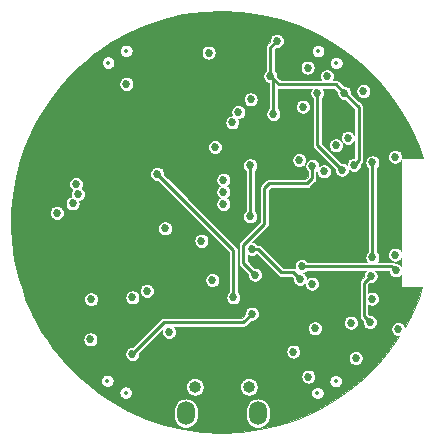
<source format=gbr>
%TF.GenerationSoftware,KiCad,Pcbnew,5.1.5+dfsg1-2~bpo10+1*%
%TF.CreationDate,Date%
%TF.ProjectId,osw-light,6f73772d-6c69-4676-9874-2e6b69636164,1.0*%
%TF.SameCoordinates,Original*%
%TF.FileFunction,Copper,L2,Inr*%
%TF.FilePolarity,Positive*%
%FSLAX46Y46*%
G04 Gerber Fmt 4.6, Leading zero omitted, Abs format (unit mm)*
G04 Created by KiCad*
%MOMM*%
%LPD*%
G04 APERTURE LIST*
%TA.AperFunction,ViaPad*%
%ADD10O,1.500000X2.000000*%
%TD*%
%TA.AperFunction,ViaPad*%
%ADD11C,0.685800*%
%TD*%
%TA.AperFunction,Conductor*%
%ADD12C,0.250000*%
%TD*%
%TA.AperFunction,Conductor*%
%ADD13C,0.100000*%
%TD*%
%ADD14C,0.330200*%
%ADD15O,0.999999X0.999999*%
%ADD16O,0.750000X1.200000*%
%ADD17C,0.350000*%
G04 APERTURE END LIST*
D10*
%TO.N,*%
%TO.C,U5*%
X79248000Y-117792500D03*
X73152000Y-117792500D03*
%TD*%
D11*
%TO.N,/EN*%
X87528400Y-113131600D03*
X83515200Y-114706400D03*
X88722100Y-110083600D03*
X88798400Y-106172000D03*
X88950800Y-104597200D03*
X88950800Y-96570800D03*
%TO.N,+3V3*%
X84077622Y-110615633D03*
X90864704Y-96082901D03*
X78645453Y-91228347D03*
X83058000Y-91846400D03*
X90864704Y-104369514D03*
X85090000Y-89285099D03*
X83058000Y-91846400D03*
X65074800Y-111556800D03*
X75613610Y-95273210D03*
X91135200Y-110680500D03*
X82245200Y-112585500D03*
%TO.N,/FLASH*%
X68630800Y-112776000D03*
X78740000Y-109372400D03*
%TO.N,GND*%
X71424800Y-109423200D03*
X71424800Y-107137200D03*
X71424800Y-107899200D03*
X71424800Y-108661200D03*
X79044800Y-93167200D03*
X77165200Y-95097600D03*
X63644278Y-104963690D03*
X63703200Y-106883200D03*
X60979899Y-98298000D03*
X59029600Y-101447600D03*
X70358000Y-98392100D03*
X70205600Y-100177600D03*
X74777600Y-100126800D03*
X73456800Y-97231200D03*
X68783200Y-97154900D03*
X74726800Y-91897200D03*
X76657200Y-89662000D03*
X77419200Y-88595200D03*
X85445600Y-93776800D03*
X76911200Y-111963200D03*
X80404251Y-111905123D03*
X85242400Y-113944400D03*
X91592400Y-109626400D03*
X74498300Y-98247200D03*
X91541600Y-93421200D03*
X89662000Y-90449400D03*
X82245200Y-85191600D03*
X81229200Y-84886800D03*
X80365600Y-84683600D03*
X70154800Y-85242400D03*
X63703200Y-89408000D03*
X62992000Y-90119200D03*
X61264800Y-92557600D03*
X60502800Y-93878400D03*
X59182000Y-97790000D03*
X58991500Y-99034600D03*
X59842400Y-107619800D03*
X60274200Y-108559600D03*
X60833000Y-109651800D03*
X61264800Y-110642400D03*
X62788800Y-112776000D03*
X63449200Y-113487200D03*
X70307200Y-117906800D03*
X71221600Y-118211600D03*
X80924400Y-118414800D03*
X81889600Y-118110000D03*
X88442800Y-113944400D03*
X89154000Y-113334800D03*
X89865200Y-112496600D03*
X62738000Y-93726000D03*
X64617600Y-93065600D03*
X65786000Y-91897200D03*
X66802000Y-91338400D03*
X71018400Y-96266000D03*
X71069200Y-94437200D03*
X87884000Y-103733600D03*
X87934800Y-100939600D03*
X86156800Y-104495600D03*
X85699600Y-106222800D03*
X74726800Y-109016800D03*
X76250800Y-109016800D03*
X80060800Y-109982000D03*
X81432400Y-109880400D03*
X81584800Y-111353600D03*
X81635600Y-114198400D03*
X81534000Y-116027200D03*
X70967600Y-116230400D03*
X71628000Y-114452400D03*
X65328800Y-109982000D03*
X61061600Y-108000800D03*
X63398400Y-103327200D03*
X72781323Y-100548277D03*
X63119000Y-101498500D03*
%TO.N,/VBAT*%
X75394514Y-106531819D03*
X69849900Y-107442000D03*
%TO.N,/LEDK*%
X63853875Y-98390911D03*
%TO.N,/TX*%
X87122000Y-110134400D03*
X88900000Y-108100000D03*
%TO.N,/BTN2*%
X68122800Y-89916000D03*
X76336000Y-100076000D03*
%TO.N,/BTN3*%
X88188800Y-90525600D03*
X76336000Y-98044000D03*
X83464400Y-88544400D03*
%TO.N,/SCL*%
X80857003Y-86274997D03*
X80314800Y-89255600D03*
X87376000Y-96774000D03*
X86563200Y-90678000D03*
X80568800Y-92456000D03*
%TO.N,/SDA*%
X86360000Y-97180400D03*
X84277200Y-90678000D03*
%TO.N,/PIN_LED*%
X62230000Y-100838000D03*
X76336000Y-99060000D03*
%TO.N,/MOSI*%
X82956400Y-105342410D03*
X90932000Y-105714800D03*
%TO.N,/IO34*%
X77591512Y-92310915D03*
X86866601Y-94483743D03*
%TO.N,/IO35*%
X77077665Y-93182219D03*
X85852000Y-95126643D03*
%TO.N,Net-(R1-Pad2)*%
X64008000Y-99263200D03*
%TO.N,Net-(R14-Pad1)*%
X71399500Y-102158800D03*
X74472800Y-103200200D03*
%TO.N,Net-(R15-Pad1)*%
X68630800Y-108000800D03*
X71729600Y-110917100D03*
%TO.N,/B_MON*%
X65125600Y-108153200D03*
X82753200Y-96367600D03*
%TO.N,/RTC_INT*%
X84836000Y-97332800D03*
X75082400Y-87274400D03*
%TO.N,/TFT_DC*%
X78587600Y-96824800D03*
X78587600Y-101142800D03*
%TO.N,/TFT_CS*%
X78740000Y-103892410D03*
X82804000Y-106426000D03*
%TO.N,/TFT_RST*%
X78994000Y-106067410D03*
X83870800Y-96875600D03*
%TO.N,/SCK*%
X83820000Y-106832400D03*
%TO.N,/3V3_2*%
X63561670Y-100028337D03*
%TO.N,/PWR2_EN*%
X70713600Y-97536000D03*
X77165200Y-108000800D03*
%TD*%
D12*
%TO.N,/EN*%
X88232099Y-106738301D02*
X88798400Y-106172000D01*
X88232099Y-109593599D02*
X88232099Y-106738301D01*
X88722100Y-110083600D02*
X88232099Y-109593599D01*
X88950800Y-104597200D02*
X88950800Y-96570800D01*
%TO.N,/FLASH*%
X78021299Y-110091101D02*
X78740000Y-109372400D01*
X71315699Y-110091101D02*
X78021299Y-110091101D01*
X68630800Y-112776000D02*
X71315699Y-110091101D01*
%TO.N,/SCL*%
X80314800Y-86817200D02*
X80314800Y-89255600D01*
X80857003Y-86274997D02*
X80314800Y-86817200D01*
X85838199Y-89952999D02*
X81012199Y-89952999D01*
X81012199Y-89952999D02*
X80314800Y-89255600D01*
X86563200Y-90678000D02*
X85838199Y-89952999D01*
X80568800Y-89509600D02*
X80314800Y-89255600D01*
X80568800Y-92456000D02*
X80568800Y-89509600D01*
X87775999Y-96374001D02*
X87376000Y-96774000D01*
X87775999Y-91890799D02*
X87775999Y-96374001D01*
X86563200Y-90678000D02*
X87775999Y-91890799D01*
%TO.N,/SDA*%
X84277200Y-95097600D02*
X84277200Y-90678000D01*
X86360000Y-97180400D02*
X84277200Y-95097600D01*
%TO.N,/MOSI*%
X82956400Y-105342410D02*
X90559610Y-105342410D01*
X90559610Y-105342410D02*
X90932000Y-105714800D01*
X90932000Y-105714800D02*
X90932000Y-105714800D01*
%TO.N,/TFT_DC*%
X78587600Y-101142800D02*
X78587600Y-96824800D01*
%TO.N,/TFT_CS*%
X79227412Y-103892410D02*
X81202202Y-105867200D01*
X78740000Y-103892410D02*
X79227412Y-103892410D01*
X81202202Y-105867200D02*
X82245200Y-105867200D01*
X82245200Y-105867200D02*
X82804000Y-106426000D01*
%TO.N,/TFT_RST*%
X79786590Y-98772974D02*
X80210764Y-98348800D01*
X79786590Y-101772818D02*
X79786590Y-98772974D01*
X78014999Y-103544409D02*
X79786590Y-101772818D01*
X78014999Y-105088409D02*
X78014999Y-103544409D01*
X78994000Y-106067410D02*
X78014999Y-105088409D01*
X80210764Y-98348800D02*
X83413600Y-98348800D01*
X83413600Y-98348800D02*
X83836000Y-97926400D01*
X83836000Y-96910400D02*
X83870800Y-96875600D01*
X83836000Y-97926400D02*
X83836000Y-96910400D01*
%TO.N,/PWR2_EN*%
X77165200Y-103987600D02*
X77165200Y-108000800D01*
X70713600Y-97536000D02*
X77165200Y-103987600D01*
%TD*%
D13*
%TO.N,GND*%
G36*
X77849771Y-83815978D02*
G01*
X79485443Y-84044401D01*
X81093021Y-84422935D01*
X82658748Y-84948340D01*
X84169268Y-85616134D01*
X85611631Y-86420593D01*
X86973522Y-87354846D01*
X88243294Y-88410903D01*
X89410096Y-89579743D01*
X90463933Y-90851353D01*
X91395807Y-92214872D01*
X92197753Y-93658645D01*
X92862908Y-95170325D01*
X93201943Y-96186542D01*
X91445281Y-96203247D01*
X91457604Y-96141297D01*
X91457604Y-96024505D01*
X91434819Y-95909958D01*
X91390125Y-95802057D01*
X91325240Y-95704949D01*
X91242656Y-95622365D01*
X91145548Y-95557480D01*
X91037647Y-95512786D01*
X90923100Y-95490001D01*
X90806308Y-95490001D01*
X90691761Y-95512786D01*
X90583860Y-95557480D01*
X90486752Y-95622365D01*
X90404168Y-95704949D01*
X90339283Y-95802057D01*
X90294589Y-95909958D01*
X90271804Y-96024505D01*
X90271804Y-96141297D01*
X90294589Y-96255844D01*
X90339283Y-96363745D01*
X90404168Y-96460853D01*
X90486752Y-96543437D01*
X90583860Y-96608322D01*
X90691761Y-96653016D01*
X90806308Y-96675801D01*
X90923100Y-96675801D01*
X91037647Y-96653016D01*
X91145548Y-96608322D01*
X91242656Y-96543437D01*
X91325240Y-96460853D01*
X91390000Y-96363932D01*
X91390000Y-104088483D01*
X91325240Y-103991562D01*
X91242656Y-103908978D01*
X91145548Y-103844093D01*
X91037647Y-103799399D01*
X90923100Y-103776614D01*
X90806308Y-103776614D01*
X90691761Y-103799399D01*
X90583860Y-103844093D01*
X90486752Y-103908978D01*
X90404168Y-103991562D01*
X90339283Y-104088670D01*
X90294589Y-104196571D01*
X90271804Y-104311118D01*
X90271804Y-104427910D01*
X90294589Y-104542457D01*
X90339283Y-104650358D01*
X90404168Y-104747466D01*
X90486752Y-104830050D01*
X90583860Y-104894935D01*
X90691761Y-104939629D01*
X90806308Y-104962414D01*
X90923100Y-104962414D01*
X91037647Y-104939629D01*
X91145548Y-104894935D01*
X91242656Y-104830050D01*
X91325240Y-104747466D01*
X91390000Y-104650545D01*
X91390000Y-105334312D01*
X91309952Y-105254264D01*
X91212844Y-105189379D01*
X91104943Y-105144685D01*
X90990396Y-105121900D01*
X90873604Y-105121900D01*
X90870122Y-105122593D01*
X90837805Y-105090276D01*
X90826058Y-105075962D01*
X90768957Y-105029101D01*
X90703810Y-104994279D01*
X90633123Y-104972836D01*
X90578029Y-104967410D01*
X90578026Y-104967410D01*
X90559610Y-104965596D01*
X90541194Y-104967410D01*
X89416509Y-104967410D01*
X89476221Y-104878044D01*
X89520915Y-104770143D01*
X89543700Y-104655596D01*
X89543700Y-104538804D01*
X89520915Y-104424257D01*
X89476221Y-104316356D01*
X89411336Y-104219248D01*
X89328752Y-104136664D01*
X89325800Y-104134692D01*
X89325800Y-97033308D01*
X89328752Y-97031336D01*
X89411336Y-96948752D01*
X89476221Y-96851644D01*
X89520915Y-96743743D01*
X89543700Y-96629196D01*
X89543700Y-96512404D01*
X89520915Y-96397857D01*
X89476221Y-96289956D01*
X89411336Y-96192848D01*
X89328752Y-96110264D01*
X89231644Y-96045379D01*
X89123743Y-96000685D01*
X89009196Y-95977900D01*
X88892404Y-95977900D01*
X88777857Y-96000685D01*
X88669956Y-96045379D01*
X88572848Y-96110264D01*
X88490264Y-96192848D01*
X88425379Y-96289956D01*
X88380685Y-96397857D01*
X88357900Y-96512404D01*
X88357900Y-96629196D01*
X88380685Y-96743743D01*
X88425379Y-96851644D01*
X88490264Y-96948752D01*
X88572848Y-97031336D01*
X88575801Y-97033309D01*
X88575800Y-104134692D01*
X88572848Y-104136664D01*
X88490264Y-104219248D01*
X88425379Y-104316356D01*
X88380685Y-104424257D01*
X88357900Y-104538804D01*
X88357900Y-104655596D01*
X88380685Y-104770143D01*
X88425379Y-104878044D01*
X88485091Y-104967410D01*
X83418908Y-104967410D01*
X83416936Y-104964458D01*
X83334352Y-104881874D01*
X83237244Y-104816989D01*
X83129343Y-104772295D01*
X83014796Y-104749510D01*
X82898004Y-104749510D01*
X82783457Y-104772295D01*
X82675556Y-104816989D01*
X82578448Y-104881874D01*
X82495864Y-104964458D01*
X82430979Y-105061566D01*
X82386285Y-105169467D01*
X82363500Y-105284014D01*
X82363500Y-105400806D01*
X82386285Y-105515353D01*
X82387598Y-105518522D01*
X82318713Y-105497626D01*
X82263619Y-105492200D01*
X82263616Y-105492200D01*
X82245200Y-105490386D01*
X82226784Y-105492200D01*
X81357532Y-105492200D01*
X79505607Y-103640276D01*
X79493860Y-103625962D01*
X79436759Y-103579101D01*
X79371612Y-103544279D01*
X79300925Y-103522836D01*
X79245831Y-103517410D01*
X79245828Y-103517410D01*
X79227412Y-103515596D01*
X79208996Y-103517410D01*
X79202508Y-103517410D01*
X79200536Y-103514458D01*
X79117952Y-103431874D01*
X79020844Y-103366989D01*
X78912943Y-103322295D01*
X78798396Y-103299510D01*
X78790227Y-103299510D01*
X80038730Y-102051008D01*
X80053038Y-102039266D01*
X80099899Y-101982165D01*
X80134721Y-101917018D01*
X80156164Y-101846331D01*
X80161590Y-101791237D01*
X80161590Y-101791235D01*
X80163404Y-101772819D01*
X80161590Y-101754403D01*
X80161590Y-98928303D01*
X80366094Y-98723800D01*
X83395184Y-98723800D01*
X83413600Y-98725614D01*
X83432016Y-98723800D01*
X83432019Y-98723800D01*
X83487113Y-98718374D01*
X83557800Y-98696931D01*
X83622947Y-98662109D01*
X83680048Y-98615248D01*
X83691795Y-98600934D01*
X84088140Y-98204590D01*
X84102448Y-98192848D01*
X84149309Y-98135747D01*
X84184131Y-98070600D01*
X84205574Y-97999913D01*
X84211000Y-97944819D01*
X84211000Y-97944816D01*
X84212814Y-97926400D01*
X84211000Y-97907984D01*
X84211000Y-97361361D01*
X84243100Y-97339913D01*
X84243100Y-97391196D01*
X84265885Y-97505743D01*
X84310579Y-97613644D01*
X84375464Y-97710752D01*
X84458048Y-97793336D01*
X84555156Y-97858221D01*
X84663057Y-97902915D01*
X84777604Y-97925700D01*
X84894396Y-97925700D01*
X85008943Y-97902915D01*
X85116844Y-97858221D01*
X85213952Y-97793336D01*
X85296536Y-97710752D01*
X85361421Y-97613644D01*
X85406115Y-97505743D01*
X85428900Y-97391196D01*
X85428900Y-97274404D01*
X85406115Y-97159857D01*
X85361421Y-97051956D01*
X85296536Y-96954848D01*
X85213952Y-96872264D01*
X85116844Y-96807379D01*
X85008943Y-96762685D01*
X84894396Y-96739900D01*
X84777604Y-96739900D01*
X84663057Y-96762685D01*
X84555156Y-96807379D01*
X84463700Y-96868487D01*
X84463700Y-96817204D01*
X84440915Y-96702657D01*
X84396221Y-96594756D01*
X84331336Y-96497648D01*
X84248752Y-96415064D01*
X84151644Y-96350179D01*
X84043743Y-96305485D01*
X83929196Y-96282700D01*
X83812404Y-96282700D01*
X83697857Y-96305485D01*
X83589956Y-96350179D01*
X83492848Y-96415064D01*
X83410264Y-96497648D01*
X83345379Y-96594756D01*
X83300685Y-96702657D01*
X83277900Y-96817204D01*
X83277900Y-96933996D01*
X83300685Y-97048543D01*
X83345379Y-97156444D01*
X83410264Y-97253552D01*
X83461001Y-97304289D01*
X83461000Y-97771070D01*
X83258271Y-97973800D01*
X80229180Y-97973800D01*
X80210764Y-97971986D01*
X80192348Y-97973800D01*
X80192345Y-97973800D01*
X80137251Y-97979226D01*
X80066564Y-98000669D01*
X80045871Y-98011730D01*
X80001417Y-98035490D01*
X79969821Y-98061421D01*
X79944316Y-98082352D01*
X79932574Y-98096660D01*
X79534451Y-98494784D01*
X79520143Y-98506526D01*
X79508401Y-98520834D01*
X79473281Y-98563628D01*
X79453337Y-98600941D01*
X79438460Y-98628774D01*
X79417785Y-98696931D01*
X79417017Y-98699462D01*
X79409776Y-98772974D01*
X79411591Y-98791400D01*
X79411590Y-101617488D01*
X77762861Y-103266218D01*
X77748552Y-103277961D01*
X77736810Y-103292269D01*
X77701690Y-103335063D01*
X77681336Y-103373143D01*
X77666869Y-103400209D01*
X77647168Y-103465156D01*
X77645426Y-103470897D01*
X77638185Y-103544409D01*
X77640000Y-103562835D01*
X77639999Y-105069993D01*
X77638185Y-105088409D01*
X77639999Y-105106825D01*
X77639999Y-105106827D01*
X77645425Y-105161921D01*
X77666868Y-105232608D01*
X77701690Y-105297755D01*
X77748551Y-105354857D01*
X77762865Y-105366604D01*
X78401793Y-106005532D01*
X78401100Y-106009014D01*
X78401100Y-106125806D01*
X78423885Y-106240353D01*
X78468579Y-106348254D01*
X78533464Y-106445362D01*
X78616048Y-106527946D01*
X78713156Y-106592831D01*
X78821057Y-106637525D01*
X78935604Y-106660310D01*
X79052396Y-106660310D01*
X79166943Y-106637525D01*
X79274844Y-106592831D01*
X79371952Y-106527946D01*
X79454536Y-106445362D01*
X79519421Y-106348254D01*
X79564115Y-106240353D01*
X79586900Y-106125806D01*
X79586900Y-106009014D01*
X79564115Y-105894467D01*
X79519421Y-105786566D01*
X79454536Y-105689458D01*
X79371952Y-105606874D01*
X79274844Y-105541989D01*
X79166943Y-105497295D01*
X79052396Y-105474510D01*
X78935604Y-105474510D01*
X78932122Y-105475203D01*
X78389999Y-104933080D01*
X78389999Y-104371622D01*
X78459156Y-104417831D01*
X78567057Y-104462525D01*
X78681604Y-104485310D01*
X78798396Y-104485310D01*
X78912943Y-104462525D01*
X79020844Y-104417831D01*
X79117952Y-104352946D01*
X79137785Y-104333113D01*
X80924011Y-106119339D01*
X80935754Y-106133648D01*
X80992855Y-106180509D01*
X81058002Y-106215331D01*
X81128689Y-106236774D01*
X81183783Y-106242200D01*
X81183786Y-106242200D01*
X81202202Y-106244014D01*
X81220618Y-106242200D01*
X82089871Y-106242200D01*
X82211793Y-106364122D01*
X82211100Y-106367604D01*
X82211100Y-106484396D01*
X82233885Y-106598943D01*
X82278579Y-106706844D01*
X82343464Y-106803952D01*
X82426048Y-106886536D01*
X82523156Y-106951421D01*
X82631057Y-106996115D01*
X82745604Y-107018900D01*
X82862396Y-107018900D01*
X82976943Y-106996115D01*
X83084844Y-106951421D01*
X83181952Y-106886536D01*
X83227100Y-106841388D01*
X83227100Y-106890796D01*
X83249885Y-107005343D01*
X83294579Y-107113244D01*
X83359464Y-107210352D01*
X83442048Y-107292936D01*
X83539156Y-107357821D01*
X83647057Y-107402515D01*
X83761604Y-107425300D01*
X83878396Y-107425300D01*
X83992943Y-107402515D01*
X84100844Y-107357821D01*
X84197952Y-107292936D01*
X84280536Y-107210352D01*
X84345421Y-107113244D01*
X84390115Y-107005343D01*
X84412900Y-106890796D01*
X84412900Y-106774004D01*
X84390115Y-106659457D01*
X84345421Y-106551556D01*
X84280536Y-106454448D01*
X84197952Y-106371864D01*
X84100844Y-106306979D01*
X83992943Y-106262285D01*
X83878396Y-106239500D01*
X83761604Y-106239500D01*
X83647057Y-106262285D01*
X83539156Y-106306979D01*
X83442048Y-106371864D01*
X83396900Y-106417012D01*
X83396900Y-106367604D01*
X83374115Y-106253057D01*
X83329421Y-106145156D01*
X83264536Y-106048048D01*
X83181952Y-105965464D01*
X83108829Y-105916605D01*
X83129343Y-105912525D01*
X83237244Y-105867831D01*
X83334352Y-105802946D01*
X83416936Y-105720362D01*
X83418908Y-105717410D01*
X88414502Y-105717410D01*
X88337864Y-105794048D01*
X88272979Y-105891156D01*
X88228285Y-105999057D01*
X88205500Y-106113604D01*
X88205500Y-106230396D01*
X88206193Y-106233878D01*
X87979960Y-106460110D01*
X87965652Y-106471853D01*
X87953910Y-106486161D01*
X87918790Y-106528955D01*
X87893455Y-106576354D01*
X87883969Y-106594101D01*
X87863737Y-106660798D01*
X87862526Y-106664789D01*
X87855285Y-106738301D01*
X87857100Y-106756727D01*
X87857099Y-109575183D01*
X87855285Y-109593599D01*
X87857099Y-109612015D01*
X87857099Y-109612017D01*
X87862525Y-109667111D01*
X87883968Y-109737798D01*
X87918790Y-109802945D01*
X87965651Y-109860047D01*
X87979965Y-109871794D01*
X88129893Y-110021722D01*
X88129200Y-110025204D01*
X88129200Y-110141996D01*
X88151985Y-110256543D01*
X88196679Y-110364444D01*
X88261564Y-110461552D01*
X88344148Y-110544136D01*
X88441256Y-110609021D01*
X88549157Y-110653715D01*
X88663704Y-110676500D01*
X88780496Y-110676500D01*
X88895043Y-110653715D01*
X89002944Y-110609021D01*
X89100052Y-110544136D01*
X89182636Y-110461552D01*
X89247521Y-110364444D01*
X89292215Y-110256543D01*
X89315000Y-110141996D01*
X89315000Y-110025204D01*
X89292215Y-109910657D01*
X89247521Y-109802756D01*
X89182636Y-109705648D01*
X89100052Y-109623064D01*
X89002944Y-109558179D01*
X88895043Y-109513485D01*
X88780496Y-109490700D01*
X88663704Y-109490700D01*
X88660222Y-109491393D01*
X88607099Y-109438270D01*
X88607099Y-108617365D01*
X88619156Y-108625421D01*
X88727057Y-108670115D01*
X88841604Y-108692900D01*
X88958396Y-108692900D01*
X89072943Y-108670115D01*
X89180844Y-108625421D01*
X89277952Y-108560536D01*
X89360536Y-108477952D01*
X89425421Y-108380844D01*
X89470115Y-108272943D01*
X89492900Y-108158396D01*
X89492900Y-108041604D01*
X89470115Y-107927057D01*
X89425421Y-107819156D01*
X89360536Y-107722048D01*
X89277952Y-107639464D01*
X89180844Y-107574579D01*
X89072943Y-107529885D01*
X88958396Y-107507100D01*
X88841604Y-107507100D01*
X88727057Y-107529885D01*
X88619156Y-107574579D01*
X88607099Y-107582635D01*
X88607099Y-106893630D01*
X88736522Y-106764207D01*
X88740004Y-106764900D01*
X88856796Y-106764900D01*
X88971343Y-106742115D01*
X89079244Y-106697421D01*
X89176352Y-106632536D01*
X89258936Y-106549952D01*
X89323821Y-106452844D01*
X89368515Y-106344943D01*
X89391300Y-106230396D01*
X89391300Y-106113604D01*
X89368515Y-105999057D01*
X89323821Y-105891156D01*
X89258936Y-105794048D01*
X89182298Y-105717410D01*
X90339100Y-105717410D01*
X90339100Y-105773196D01*
X90361885Y-105887743D01*
X90406579Y-105995644D01*
X90471464Y-106092752D01*
X90554048Y-106175336D01*
X90651156Y-106240221D01*
X90759057Y-106284915D01*
X90873604Y-106307700D01*
X90990396Y-106307700D01*
X91104943Y-106284915D01*
X91212844Y-106240221D01*
X91309952Y-106175336D01*
X91390000Y-106095288D01*
X91390000Y-107048300D01*
X91391056Y-107058520D01*
X91393990Y-107067873D01*
X91398693Y-107076473D01*
X91404982Y-107083990D01*
X91412618Y-107090136D01*
X91421306Y-107094674D01*
X91430712Y-107097430D01*
X91440475Y-107098298D01*
X93179504Y-107081761D01*
X92851660Y-108058748D01*
X92183868Y-109569264D01*
X91686237Y-110461498D01*
X91660621Y-110399656D01*
X91595736Y-110302548D01*
X91513152Y-110219964D01*
X91416044Y-110155079D01*
X91308143Y-110110385D01*
X91193596Y-110087600D01*
X91076804Y-110087600D01*
X90962257Y-110110385D01*
X90854356Y-110155079D01*
X90757248Y-110219964D01*
X90674664Y-110302548D01*
X90609779Y-110399656D01*
X90565085Y-110507557D01*
X90542300Y-110622104D01*
X90542300Y-110738896D01*
X90565085Y-110853443D01*
X90609779Y-110961344D01*
X90674664Y-111058452D01*
X90757248Y-111141036D01*
X90854356Y-111205921D01*
X90962257Y-111250615D01*
X91076804Y-111273400D01*
X91193596Y-111273400D01*
X91200820Y-111271963D01*
X90445154Y-112373522D01*
X89389092Y-113643299D01*
X88220261Y-114810091D01*
X86948647Y-115863933D01*
X85585123Y-116795811D01*
X84141350Y-117597755D01*
X82629675Y-118262908D01*
X81063030Y-118785580D01*
X79454797Y-119161307D01*
X77818645Y-119386887D01*
X76200089Y-119460385D01*
X74550229Y-119384022D01*
X72914561Y-119155599D01*
X71306979Y-118777065D01*
X69741252Y-118251660D01*
X68230736Y-117583868D01*
X68068497Y-117493381D01*
X72152000Y-117493381D01*
X72152000Y-118091620D01*
X72166470Y-118238534D01*
X72223651Y-118427035D01*
X72316509Y-118600758D01*
X72441473Y-118753028D01*
X72593743Y-118877992D01*
X72767466Y-118970849D01*
X72955967Y-119028030D01*
X73152000Y-119047338D01*
X73348034Y-119028030D01*
X73536535Y-118970849D01*
X73710258Y-118877992D01*
X73862528Y-118753028D01*
X73987492Y-118600758D01*
X74080349Y-118427035D01*
X74137530Y-118238533D01*
X74152000Y-118091619D01*
X74152000Y-117493381D01*
X78248000Y-117493381D01*
X78248000Y-118091620D01*
X78262470Y-118238534D01*
X78319651Y-118427035D01*
X78412509Y-118600758D01*
X78537473Y-118753028D01*
X78689743Y-118877992D01*
X78863466Y-118970849D01*
X79051967Y-119028030D01*
X79248000Y-119047338D01*
X79444034Y-119028030D01*
X79632535Y-118970849D01*
X79806258Y-118877992D01*
X79958528Y-118753028D01*
X80083492Y-118600758D01*
X80176349Y-118427035D01*
X80233530Y-118238533D01*
X80248000Y-118091619D01*
X80248000Y-117493380D01*
X80233530Y-117346466D01*
X80176349Y-117157965D01*
X80083492Y-116984242D01*
X79958528Y-116831972D01*
X79806258Y-116707008D01*
X79632534Y-116614151D01*
X79444033Y-116556970D01*
X79248000Y-116537662D01*
X79051966Y-116556970D01*
X78863465Y-116614151D01*
X78689742Y-116707008D01*
X78537472Y-116831972D01*
X78412508Y-116984242D01*
X78319651Y-117157966D01*
X78262470Y-117346467D01*
X78248000Y-117493381D01*
X74152000Y-117493381D01*
X74152000Y-117493380D01*
X74137530Y-117346466D01*
X74080349Y-117157965D01*
X73987492Y-116984242D01*
X73862528Y-116831972D01*
X73710258Y-116707008D01*
X73536534Y-116614151D01*
X73348033Y-116556970D01*
X73152000Y-116537662D01*
X72955966Y-116556970D01*
X72767465Y-116614151D01*
X72593742Y-116707008D01*
X72441472Y-116831972D01*
X72316508Y-116984242D01*
X72223651Y-117157966D01*
X72166470Y-117346467D01*
X72152000Y-117493381D01*
X68068497Y-117493381D01*
X66788369Y-116779407D01*
X65655812Y-116002476D01*
X67530578Y-116002476D01*
X67530578Y-116105892D01*
X67550754Y-116207321D01*
X67590329Y-116302865D01*
X67647784Y-116388852D01*
X67720910Y-116461978D01*
X67806897Y-116519433D01*
X67902441Y-116559008D01*
X68003870Y-116579184D01*
X68107286Y-116579184D01*
X68208715Y-116559008D01*
X68304259Y-116519433D01*
X68390246Y-116461978D01*
X68463372Y-116388852D01*
X68520827Y-116302865D01*
X68560402Y-116207321D01*
X68580578Y-116105892D01*
X68580578Y-116002476D01*
X68560402Y-115901047D01*
X68520827Y-115805503D01*
X68463372Y-115719516D01*
X68390246Y-115646390D01*
X68304259Y-115588935D01*
X68208715Y-115549360D01*
X68107286Y-115529184D01*
X68003870Y-115529184D01*
X67902441Y-115549360D01*
X67806897Y-115588935D01*
X67720910Y-115646390D01*
X67647784Y-115719516D01*
X67590329Y-115805503D01*
X67550754Y-115901047D01*
X67530578Y-116002476D01*
X65655812Y-116002476D01*
X65426478Y-115845154D01*
X64409717Y-114999523D01*
X65986166Y-114999523D01*
X65986166Y-115102939D01*
X66006342Y-115204368D01*
X66045917Y-115299912D01*
X66103372Y-115385899D01*
X66176498Y-115459025D01*
X66262485Y-115516480D01*
X66358029Y-115556055D01*
X66459458Y-115576231D01*
X66562874Y-115576231D01*
X66664303Y-115556055D01*
X66759847Y-115516480D01*
X66790301Y-115496131D01*
X73164000Y-115496131D01*
X73164000Y-115643869D01*
X73192822Y-115788767D01*
X73249359Y-115925258D01*
X73331437Y-116048097D01*
X73435903Y-116152563D01*
X73558742Y-116234641D01*
X73695233Y-116291178D01*
X73840131Y-116320000D01*
X73987869Y-116320000D01*
X74132767Y-116291178D01*
X74269258Y-116234641D01*
X74392097Y-116152563D01*
X74496563Y-116048097D01*
X74578641Y-115925258D01*
X74635178Y-115788767D01*
X74664000Y-115643869D01*
X74664000Y-115496131D01*
X77736000Y-115496131D01*
X77736000Y-115643869D01*
X77764822Y-115788767D01*
X77821359Y-115925258D01*
X77903437Y-116048097D01*
X78007903Y-116152563D01*
X78130742Y-116234641D01*
X78267233Y-116291178D01*
X78412131Y-116320000D01*
X78559869Y-116320000D01*
X78704767Y-116291178D01*
X78841258Y-116234641D01*
X78964097Y-116152563D01*
X79068563Y-116048097D01*
X79075936Y-116037061D01*
X83766166Y-116037061D01*
X83766166Y-116140477D01*
X83786342Y-116241906D01*
X83825917Y-116337450D01*
X83883372Y-116423437D01*
X83956498Y-116496563D01*
X84042485Y-116554018D01*
X84138029Y-116593593D01*
X84239458Y-116613769D01*
X84342874Y-116613769D01*
X84444303Y-116593593D01*
X84539847Y-116554018D01*
X84625834Y-116496563D01*
X84698960Y-116423437D01*
X84756415Y-116337450D01*
X84795990Y-116241906D01*
X84816166Y-116140477D01*
X84816166Y-116037061D01*
X84795990Y-115935632D01*
X84756415Y-115840088D01*
X84698960Y-115754101D01*
X84625834Y-115680975D01*
X84539847Y-115623520D01*
X84444303Y-115583945D01*
X84342874Y-115563769D01*
X84239458Y-115563769D01*
X84138029Y-115583945D01*
X84042485Y-115623520D01*
X83956498Y-115680975D01*
X83883372Y-115754101D01*
X83825917Y-115840088D01*
X83786342Y-115935632D01*
X83766166Y-116037061D01*
X79075936Y-116037061D01*
X79150641Y-115925258D01*
X79207178Y-115788767D01*
X79236000Y-115643869D01*
X79236000Y-115496131D01*
X79207178Y-115351233D01*
X79150641Y-115214742D01*
X79068563Y-115091903D01*
X78964097Y-114987437D01*
X78841258Y-114905359D01*
X78704767Y-114848822D01*
X78559869Y-114820000D01*
X78412131Y-114820000D01*
X78267233Y-114848822D01*
X78130742Y-114905359D01*
X78007903Y-114987437D01*
X77903437Y-115091903D01*
X77821359Y-115214742D01*
X77764822Y-115351233D01*
X77736000Y-115496131D01*
X74664000Y-115496131D01*
X74635178Y-115351233D01*
X74578641Y-115214742D01*
X74496563Y-115091903D01*
X74392097Y-114987437D01*
X74269258Y-114905359D01*
X74132767Y-114848822D01*
X73987869Y-114820000D01*
X73840131Y-114820000D01*
X73695233Y-114848822D01*
X73558742Y-114905359D01*
X73435903Y-114987437D01*
X73331437Y-115091903D01*
X73249359Y-115214742D01*
X73192822Y-115351233D01*
X73164000Y-115496131D01*
X66790301Y-115496131D01*
X66845834Y-115459025D01*
X66918960Y-115385899D01*
X66976415Y-115299912D01*
X67015990Y-115204368D01*
X67036166Y-115102939D01*
X67036166Y-114999523D01*
X67015990Y-114898094D01*
X66976415Y-114802550D01*
X66918960Y-114716563D01*
X66850401Y-114648004D01*
X82922300Y-114648004D01*
X82922300Y-114764796D01*
X82945085Y-114879343D01*
X82989779Y-114987244D01*
X83054664Y-115084352D01*
X83137248Y-115166936D01*
X83234356Y-115231821D01*
X83342257Y-115276515D01*
X83456804Y-115299300D01*
X83573596Y-115299300D01*
X83688143Y-115276515D01*
X83796044Y-115231821D01*
X83893152Y-115166936D01*
X83975736Y-115084352D01*
X84009307Y-115034108D01*
X85310578Y-115034108D01*
X85310578Y-115137524D01*
X85330754Y-115238953D01*
X85370329Y-115334497D01*
X85427784Y-115420484D01*
X85500910Y-115493610D01*
X85586897Y-115551065D01*
X85682441Y-115590640D01*
X85783870Y-115610816D01*
X85887286Y-115610816D01*
X85988715Y-115590640D01*
X86084259Y-115551065D01*
X86170246Y-115493610D01*
X86243372Y-115420484D01*
X86300827Y-115334497D01*
X86340402Y-115238953D01*
X86360578Y-115137524D01*
X86360578Y-115034108D01*
X86340402Y-114932679D01*
X86300827Y-114837135D01*
X86243372Y-114751148D01*
X86170246Y-114678022D01*
X86084259Y-114620567D01*
X85988715Y-114580992D01*
X85887286Y-114560816D01*
X85783870Y-114560816D01*
X85682441Y-114580992D01*
X85586897Y-114620567D01*
X85500910Y-114678022D01*
X85427784Y-114751148D01*
X85370329Y-114837135D01*
X85330754Y-114932679D01*
X85310578Y-115034108D01*
X84009307Y-115034108D01*
X84040621Y-114987244D01*
X84085315Y-114879343D01*
X84108100Y-114764796D01*
X84108100Y-114648004D01*
X84085315Y-114533457D01*
X84040621Y-114425556D01*
X83975736Y-114328448D01*
X83893152Y-114245864D01*
X83796044Y-114180979D01*
X83688143Y-114136285D01*
X83573596Y-114113500D01*
X83456804Y-114113500D01*
X83342257Y-114136285D01*
X83234356Y-114180979D01*
X83137248Y-114245864D01*
X83054664Y-114328448D01*
X82989779Y-114425556D01*
X82945085Y-114533457D01*
X82922300Y-114648004D01*
X66850401Y-114648004D01*
X66845834Y-114643437D01*
X66759847Y-114585982D01*
X66664303Y-114546407D01*
X66562874Y-114526231D01*
X66459458Y-114526231D01*
X66358029Y-114546407D01*
X66262485Y-114585982D01*
X66176498Y-114643437D01*
X66103372Y-114716563D01*
X66045917Y-114802550D01*
X66006342Y-114898094D01*
X65986166Y-114999523D01*
X64409717Y-114999523D01*
X64156701Y-114789092D01*
X62989909Y-113620261D01*
X62241838Y-112717604D01*
X68037900Y-112717604D01*
X68037900Y-112834396D01*
X68060685Y-112948943D01*
X68105379Y-113056844D01*
X68170264Y-113153952D01*
X68252848Y-113236536D01*
X68349956Y-113301421D01*
X68457857Y-113346115D01*
X68572404Y-113368900D01*
X68689196Y-113368900D01*
X68803743Y-113346115D01*
X68911644Y-113301421D01*
X69008752Y-113236536D01*
X69091336Y-113153952D01*
X69156221Y-113056844D01*
X69200915Y-112948943D01*
X69223700Y-112834396D01*
X69223700Y-112717604D01*
X69223007Y-112714122D01*
X69410025Y-112527104D01*
X81652300Y-112527104D01*
X81652300Y-112643896D01*
X81675085Y-112758443D01*
X81719779Y-112866344D01*
X81784664Y-112963452D01*
X81867248Y-113046036D01*
X81964356Y-113110921D01*
X82072257Y-113155615D01*
X82186804Y-113178400D01*
X82303596Y-113178400D01*
X82418143Y-113155615D01*
X82526044Y-113110921D01*
X82582491Y-113073204D01*
X86935500Y-113073204D01*
X86935500Y-113189996D01*
X86958285Y-113304543D01*
X87002979Y-113412444D01*
X87067864Y-113509552D01*
X87150448Y-113592136D01*
X87247556Y-113657021D01*
X87355457Y-113701715D01*
X87470004Y-113724500D01*
X87586796Y-113724500D01*
X87701343Y-113701715D01*
X87809244Y-113657021D01*
X87906352Y-113592136D01*
X87988936Y-113509552D01*
X88053821Y-113412444D01*
X88098515Y-113304543D01*
X88121300Y-113189996D01*
X88121300Y-113073204D01*
X88098515Y-112958657D01*
X88053821Y-112850756D01*
X87988936Y-112753648D01*
X87906352Y-112671064D01*
X87809244Y-112606179D01*
X87701343Y-112561485D01*
X87586796Y-112538700D01*
X87470004Y-112538700D01*
X87355457Y-112561485D01*
X87247556Y-112606179D01*
X87150448Y-112671064D01*
X87067864Y-112753648D01*
X87002979Y-112850756D01*
X86958285Y-112958657D01*
X86935500Y-113073204D01*
X82582491Y-113073204D01*
X82623152Y-113046036D01*
X82705736Y-112963452D01*
X82770621Y-112866344D01*
X82815315Y-112758443D01*
X82838100Y-112643896D01*
X82838100Y-112527104D01*
X82815315Y-112412557D01*
X82770621Y-112304656D01*
X82705736Y-112207548D01*
X82623152Y-112124964D01*
X82526044Y-112060079D01*
X82418143Y-112015385D01*
X82303596Y-111992600D01*
X82186804Y-111992600D01*
X82072257Y-112015385D01*
X81964356Y-112060079D01*
X81867248Y-112124964D01*
X81784664Y-112207548D01*
X81719779Y-112304656D01*
X81675085Y-112412557D01*
X81652300Y-112527104D01*
X69410025Y-112527104D01*
X71151170Y-110785960D01*
X71136700Y-110858704D01*
X71136700Y-110975496D01*
X71159485Y-111090043D01*
X71204179Y-111197944D01*
X71269064Y-111295052D01*
X71351648Y-111377636D01*
X71448756Y-111442521D01*
X71556657Y-111487215D01*
X71671204Y-111510000D01*
X71787996Y-111510000D01*
X71902543Y-111487215D01*
X72010444Y-111442521D01*
X72107552Y-111377636D01*
X72190136Y-111295052D01*
X72255021Y-111197944D01*
X72299715Y-111090043D01*
X72322500Y-110975496D01*
X72322500Y-110858704D01*
X72299715Y-110744157D01*
X72255021Y-110636256D01*
X72202223Y-110557237D01*
X83484722Y-110557237D01*
X83484722Y-110674029D01*
X83507507Y-110788576D01*
X83552201Y-110896477D01*
X83617086Y-110993585D01*
X83699670Y-111076169D01*
X83796778Y-111141054D01*
X83904679Y-111185748D01*
X84019226Y-111208533D01*
X84136018Y-111208533D01*
X84250565Y-111185748D01*
X84358466Y-111141054D01*
X84455574Y-111076169D01*
X84538158Y-110993585D01*
X84603043Y-110896477D01*
X84647737Y-110788576D01*
X84670522Y-110674029D01*
X84670522Y-110557237D01*
X84647737Y-110442690D01*
X84603043Y-110334789D01*
X84538158Y-110237681D01*
X84455574Y-110155097D01*
X84358466Y-110090212D01*
X84324165Y-110076004D01*
X86529100Y-110076004D01*
X86529100Y-110192796D01*
X86551885Y-110307343D01*
X86596579Y-110415244D01*
X86661464Y-110512352D01*
X86744048Y-110594936D01*
X86841156Y-110659821D01*
X86949057Y-110704515D01*
X87063604Y-110727300D01*
X87180396Y-110727300D01*
X87294943Y-110704515D01*
X87402844Y-110659821D01*
X87499952Y-110594936D01*
X87582536Y-110512352D01*
X87647421Y-110415244D01*
X87692115Y-110307343D01*
X87714900Y-110192796D01*
X87714900Y-110076004D01*
X87692115Y-109961457D01*
X87647421Y-109853556D01*
X87582536Y-109756448D01*
X87499952Y-109673864D01*
X87402844Y-109608979D01*
X87294943Y-109564285D01*
X87180396Y-109541500D01*
X87063604Y-109541500D01*
X86949057Y-109564285D01*
X86841156Y-109608979D01*
X86744048Y-109673864D01*
X86661464Y-109756448D01*
X86596579Y-109853556D01*
X86551885Y-109961457D01*
X86529100Y-110076004D01*
X84324165Y-110076004D01*
X84250565Y-110045518D01*
X84136018Y-110022733D01*
X84019226Y-110022733D01*
X83904679Y-110045518D01*
X83796778Y-110090212D01*
X83699670Y-110155097D01*
X83617086Y-110237681D01*
X83552201Y-110334789D01*
X83507507Y-110442690D01*
X83484722Y-110557237D01*
X72202223Y-110557237D01*
X72190136Y-110539148D01*
X72117089Y-110466101D01*
X78002883Y-110466101D01*
X78021299Y-110467915D01*
X78039715Y-110466101D01*
X78039718Y-110466101D01*
X78094812Y-110460675D01*
X78165499Y-110439232D01*
X78230646Y-110404410D01*
X78287747Y-110357549D01*
X78299494Y-110343235D01*
X78678122Y-109964607D01*
X78681604Y-109965300D01*
X78798396Y-109965300D01*
X78912943Y-109942515D01*
X79020844Y-109897821D01*
X79117952Y-109832936D01*
X79200536Y-109750352D01*
X79265421Y-109653244D01*
X79310115Y-109545343D01*
X79332900Y-109430796D01*
X79332900Y-109314004D01*
X79310115Y-109199457D01*
X79265421Y-109091556D01*
X79200536Y-108994448D01*
X79117952Y-108911864D01*
X79020844Y-108846979D01*
X78912943Y-108802285D01*
X78798396Y-108779500D01*
X78681604Y-108779500D01*
X78567057Y-108802285D01*
X78459156Y-108846979D01*
X78362048Y-108911864D01*
X78279464Y-108994448D01*
X78214579Y-109091556D01*
X78169885Y-109199457D01*
X78147100Y-109314004D01*
X78147100Y-109430796D01*
X78147793Y-109434278D01*
X77865970Y-109716101D01*
X71334115Y-109716101D01*
X71315699Y-109714287D01*
X71297283Y-109716101D01*
X71297280Y-109716101D01*
X71242186Y-109721527D01*
X71171499Y-109742970D01*
X71150806Y-109754031D01*
X71106352Y-109777791D01*
X71076303Y-109802452D01*
X71049251Y-109824653D01*
X71037509Y-109838961D01*
X68692678Y-112183793D01*
X68689196Y-112183100D01*
X68572404Y-112183100D01*
X68457857Y-112205885D01*
X68349956Y-112250579D01*
X68252848Y-112315464D01*
X68170264Y-112398048D01*
X68105379Y-112495156D01*
X68060685Y-112603057D01*
X68037900Y-112717604D01*
X62241838Y-112717604D01*
X61936067Y-112348647D01*
X61354983Y-111498404D01*
X64481900Y-111498404D01*
X64481900Y-111615196D01*
X64504685Y-111729743D01*
X64549379Y-111837644D01*
X64614264Y-111934752D01*
X64696848Y-112017336D01*
X64793956Y-112082221D01*
X64901857Y-112126915D01*
X65016404Y-112149700D01*
X65133196Y-112149700D01*
X65247743Y-112126915D01*
X65355644Y-112082221D01*
X65452752Y-112017336D01*
X65535336Y-111934752D01*
X65600221Y-111837644D01*
X65644915Y-111729743D01*
X65667700Y-111615196D01*
X65667700Y-111498404D01*
X65644915Y-111383857D01*
X65600221Y-111275956D01*
X65535336Y-111178848D01*
X65452752Y-111096264D01*
X65355644Y-111031379D01*
X65247743Y-110986685D01*
X65133196Y-110963900D01*
X65016404Y-110963900D01*
X64901857Y-110986685D01*
X64793956Y-111031379D01*
X64696848Y-111096264D01*
X64614264Y-111178848D01*
X64549379Y-111275956D01*
X64504685Y-111383857D01*
X64481900Y-111498404D01*
X61354983Y-111498404D01*
X61004189Y-110985123D01*
X60202245Y-109541350D01*
X59565750Y-108094804D01*
X64532700Y-108094804D01*
X64532700Y-108211596D01*
X64555485Y-108326143D01*
X64600179Y-108434044D01*
X64665064Y-108531152D01*
X64747648Y-108613736D01*
X64844756Y-108678621D01*
X64952657Y-108723315D01*
X65067204Y-108746100D01*
X65183996Y-108746100D01*
X65298543Y-108723315D01*
X65406444Y-108678621D01*
X65503552Y-108613736D01*
X65586136Y-108531152D01*
X65651021Y-108434044D01*
X65695715Y-108326143D01*
X65718500Y-108211596D01*
X65718500Y-108094804D01*
X65695715Y-107980257D01*
X65680036Y-107942404D01*
X68037900Y-107942404D01*
X68037900Y-108059196D01*
X68060685Y-108173743D01*
X68105379Y-108281644D01*
X68170264Y-108378752D01*
X68252848Y-108461336D01*
X68349956Y-108526221D01*
X68457857Y-108570915D01*
X68572404Y-108593700D01*
X68689196Y-108593700D01*
X68803743Y-108570915D01*
X68911644Y-108526221D01*
X69008752Y-108461336D01*
X69091336Y-108378752D01*
X69156221Y-108281644D01*
X69200915Y-108173743D01*
X69223700Y-108059196D01*
X69223700Y-107942404D01*
X69200915Y-107827857D01*
X69156221Y-107719956D01*
X69091336Y-107622848D01*
X69008752Y-107540264D01*
X68911644Y-107475379D01*
X68803743Y-107430685D01*
X68689196Y-107407900D01*
X68572404Y-107407900D01*
X68457857Y-107430685D01*
X68349956Y-107475379D01*
X68252848Y-107540264D01*
X68170264Y-107622848D01*
X68105379Y-107719956D01*
X68060685Y-107827857D01*
X68037900Y-107942404D01*
X65680036Y-107942404D01*
X65651021Y-107872356D01*
X65586136Y-107775248D01*
X65503552Y-107692664D01*
X65406444Y-107627779D01*
X65298543Y-107583085D01*
X65183996Y-107560300D01*
X65067204Y-107560300D01*
X64952657Y-107583085D01*
X64844756Y-107627779D01*
X64747648Y-107692664D01*
X64665064Y-107775248D01*
X64600179Y-107872356D01*
X64555485Y-107980257D01*
X64532700Y-108094804D01*
X59565750Y-108094804D01*
X59537092Y-108029675D01*
X59321547Y-107383604D01*
X69257000Y-107383604D01*
X69257000Y-107500396D01*
X69279785Y-107614943D01*
X69324479Y-107722844D01*
X69389364Y-107819952D01*
X69471948Y-107902536D01*
X69569056Y-107967421D01*
X69676957Y-108012115D01*
X69791504Y-108034900D01*
X69908296Y-108034900D01*
X70022843Y-108012115D01*
X70130744Y-107967421D01*
X70227852Y-107902536D01*
X70310436Y-107819952D01*
X70375321Y-107722844D01*
X70420015Y-107614943D01*
X70442800Y-107500396D01*
X70442800Y-107383604D01*
X70420015Y-107269057D01*
X70375321Y-107161156D01*
X70310436Y-107064048D01*
X70227852Y-106981464D01*
X70130744Y-106916579D01*
X70022843Y-106871885D01*
X69908296Y-106849100D01*
X69791504Y-106849100D01*
X69676957Y-106871885D01*
X69569056Y-106916579D01*
X69471948Y-106981464D01*
X69389364Y-107064048D01*
X69324479Y-107161156D01*
X69279785Y-107269057D01*
X69257000Y-107383604D01*
X59321547Y-107383604D01*
X59017888Y-106473423D01*
X74801614Y-106473423D01*
X74801614Y-106590215D01*
X74824399Y-106704762D01*
X74869093Y-106812663D01*
X74933978Y-106909771D01*
X75016562Y-106992355D01*
X75113670Y-107057240D01*
X75221571Y-107101934D01*
X75336118Y-107124719D01*
X75452910Y-107124719D01*
X75567457Y-107101934D01*
X75675358Y-107057240D01*
X75772466Y-106992355D01*
X75855050Y-106909771D01*
X75919935Y-106812663D01*
X75964629Y-106704762D01*
X75987414Y-106590215D01*
X75987414Y-106473423D01*
X75964629Y-106358876D01*
X75919935Y-106250975D01*
X75855050Y-106153867D01*
X75772466Y-106071283D01*
X75675358Y-106006398D01*
X75567457Y-105961704D01*
X75452910Y-105938919D01*
X75336118Y-105938919D01*
X75221571Y-105961704D01*
X75113670Y-106006398D01*
X75016562Y-106071283D01*
X74933978Y-106153867D01*
X74869093Y-106250975D01*
X74824399Y-106358876D01*
X74801614Y-106473423D01*
X59017888Y-106473423D01*
X59014420Y-106463030D01*
X58638693Y-104854797D01*
X58413113Y-103218645D01*
X58409624Y-103141804D01*
X73879900Y-103141804D01*
X73879900Y-103258596D01*
X73902685Y-103373143D01*
X73947379Y-103481044D01*
X74012264Y-103578152D01*
X74094848Y-103660736D01*
X74191956Y-103725621D01*
X74299857Y-103770315D01*
X74414404Y-103793100D01*
X74531196Y-103793100D01*
X74645743Y-103770315D01*
X74753644Y-103725621D01*
X74850752Y-103660736D01*
X74933336Y-103578152D01*
X74998221Y-103481044D01*
X75042915Y-103373143D01*
X75065700Y-103258596D01*
X75065700Y-103141804D01*
X75042915Y-103027257D01*
X74998221Y-102919356D01*
X74933336Y-102822248D01*
X74850752Y-102739664D01*
X74753644Y-102674779D01*
X74645743Y-102630085D01*
X74531196Y-102607300D01*
X74414404Y-102607300D01*
X74299857Y-102630085D01*
X74191956Y-102674779D01*
X74094848Y-102739664D01*
X74012264Y-102822248D01*
X73947379Y-102919356D01*
X73902685Y-103027257D01*
X73879900Y-103141804D01*
X58409624Y-103141804D01*
X58362335Y-102100404D01*
X70806600Y-102100404D01*
X70806600Y-102217196D01*
X70829385Y-102331743D01*
X70874079Y-102439644D01*
X70938964Y-102536752D01*
X71021548Y-102619336D01*
X71118656Y-102684221D01*
X71226557Y-102728915D01*
X71341104Y-102751700D01*
X71457896Y-102751700D01*
X71572443Y-102728915D01*
X71680344Y-102684221D01*
X71777452Y-102619336D01*
X71860036Y-102536752D01*
X71924921Y-102439644D01*
X71969615Y-102331743D01*
X71992400Y-102217196D01*
X71992400Y-102100404D01*
X71969615Y-101985857D01*
X71924921Y-101877956D01*
X71860036Y-101780848D01*
X71777452Y-101698264D01*
X71680344Y-101633379D01*
X71572443Y-101588685D01*
X71457896Y-101565900D01*
X71341104Y-101565900D01*
X71226557Y-101588685D01*
X71118656Y-101633379D01*
X71021548Y-101698264D01*
X70938964Y-101780848D01*
X70874079Y-101877956D01*
X70829385Y-101985857D01*
X70806600Y-102100404D01*
X58362335Y-102100404D01*
X58339615Y-101600089D01*
X58377590Y-100779604D01*
X61637100Y-100779604D01*
X61637100Y-100896396D01*
X61659885Y-101010943D01*
X61704579Y-101118844D01*
X61769464Y-101215952D01*
X61852048Y-101298536D01*
X61949156Y-101363421D01*
X62057057Y-101408115D01*
X62171604Y-101430900D01*
X62288396Y-101430900D01*
X62402943Y-101408115D01*
X62510844Y-101363421D01*
X62607952Y-101298536D01*
X62690536Y-101215952D01*
X62755421Y-101118844D01*
X62800115Y-101010943D01*
X62822900Y-100896396D01*
X62822900Y-100779604D01*
X62800115Y-100665057D01*
X62755421Y-100557156D01*
X62690536Y-100460048D01*
X62607952Y-100377464D01*
X62510844Y-100312579D01*
X62402943Y-100267885D01*
X62288396Y-100245100D01*
X62171604Y-100245100D01*
X62057057Y-100267885D01*
X61949156Y-100312579D01*
X61852048Y-100377464D01*
X61769464Y-100460048D01*
X61704579Y-100557156D01*
X61659885Y-100665057D01*
X61637100Y-100779604D01*
X58377590Y-100779604D01*
X58415065Y-99969941D01*
X62968770Y-99969941D01*
X62968770Y-100086733D01*
X62991555Y-100201280D01*
X63036249Y-100309181D01*
X63101134Y-100406289D01*
X63183718Y-100488873D01*
X63280826Y-100553758D01*
X63388727Y-100598452D01*
X63503274Y-100621237D01*
X63620066Y-100621237D01*
X63734613Y-100598452D01*
X63842514Y-100553758D01*
X63939622Y-100488873D01*
X64022206Y-100406289D01*
X64087091Y-100309181D01*
X64131785Y-100201280D01*
X64154570Y-100086733D01*
X64154570Y-99969941D01*
X64131785Y-99855394D01*
X64127078Y-99844030D01*
X64180943Y-99833315D01*
X64288844Y-99788621D01*
X64385952Y-99723736D01*
X64468536Y-99641152D01*
X64533421Y-99544044D01*
X64578115Y-99436143D01*
X64600900Y-99321596D01*
X64600900Y-99204804D01*
X64578115Y-99090257D01*
X64533421Y-98982356D01*
X64468536Y-98885248D01*
X64385952Y-98802664D01*
X64320879Y-98759184D01*
X64379296Y-98671755D01*
X64423990Y-98563854D01*
X64446775Y-98449307D01*
X64446775Y-98332515D01*
X64423990Y-98217968D01*
X64379296Y-98110067D01*
X64314411Y-98012959D01*
X64231827Y-97930375D01*
X64134719Y-97865490D01*
X64026818Y-97820796D01*
X63912271Y-97798011D01*
X63795479Y-97798011D01*
X63680932Y-97820796D01*
X63573031Y-97865490D01*
X63475923Y-97930375D01*
X63393339Y-98012959D01*
X63328454Y-98110067D01*
X63283760Y-98217968D01*
X63260975Y-98332515D01*
X63260975Y-98449307D01*
X63283760Y-98563854D01*
X63328454Y-98671755D01*
X63393339Y-98768863D01*
X63475923Y-98851447D01*
X63540996Y-98894927D01*
X63482579Y-98982356D01*
X63437885Y-99090257D01*
X63415100Y-99204804D01*
X63415100Y-99321596D01*
X63437885Y-99436143D01*
X63442592Y-99447507D01*
X63388727Y-99458222D01*
X63280826Y-99502916D01*
X63183718Y-99567801D01*
X63101134Y-99650385D01*
X63036249Y-99747493D01*
X62991555Y-99855394D01*
X62968770Y-99969941D01*
X58415065Y-99969941D01*
X58415978Y-99950229D01*
X58644401Y-98314557D01*
X58841477Y-97477604D01*
X70120700Y-97477604D01*
X70120700Y-97594396D01*
X70143485Y-97708943D01*
X70188179Y-97816844D01*
X70253064Y-97913952D01*
X70335648Y-97996536D01*
X70432756Y-98061421D01*
X70540657Y-98106115D01*
X70655204Y-98128900D01*
X70771996Y-98128900D01*
X70775478Y-98128207D01*
X76790200Y-104142930D01*
X76790201Y-107538291D01*
X76787248Y-107540264D01*
X76704664Y-107622848D01*
X76639779Y-107719956D01*
X76595085Y-107827857D01*
X76572300Y-107942404D01*
X76572300Y-108059196D01*
X76595085Y-108173743D01*
X76639779Y-108281644D01*
X76704664Y-108378752D01*
X76787248Y-108461336D01*
X76884356Y-108526221D01*
X76992257Y-108570915D01*
X77106804Y-108593700D01*
X77223596Y-108593700D01*
X77338143Y-108570915D01*
X77446044Y-108526221D01*
X77543152Y-108461336D01*
X77625736Y-108378752D01*
X77690621Y-108281644D01*
X77735315Y-108173743D01*
X77758100Y-108059196D01*
X77758100Y-107942404D01*
X77735315Y-107827857D01*
X77690621Y-107719956D01*
X77625736Y-107622848D01*
X77543152Y-107540264D01*
X77540200Y-107538292D01*
X77540200Y-104006015D01*
X77542014Y-103987599D01*
X77538390Y-103950806D01*
X77534774Y-103914087D01*
X77513331Y-103843400D01*
X77478509Y-103778253D01*
X77431648Y-103721152D01*
X77417340Y-103709410D01*
X71693534Y-97985604D01*
X75743100Y-97985604D01*
X75743100Y-98102396D01*
X75765885Y-98216943D01*
X75810579Y-98324844D01*
X75875464Y-98421952D01*
X75958048Y-98504536D01*
X76029083Y-98552000D01*
X75958048Y-98599464D01*
X75875464Y-98682048D01*
X75810579Y-98779156D01*
X75765885Y-98887057D01*
X75743100Y-99001604D01*
X75743100Y-99118396D01*
X75765885Y-99232943D01*
X75810579Y-99340844D01*
X75875464Y-99437952D01*
X75958048Y-99520536D01*
X76029083Y-99568000D01*
X75958048Y-99615464D01*
X75875464Y-99698048D01*
X75810579Y-99795156D01*
X75765885Y-99903057D01*
X75743100Y-100017604D01*
X75743100Y-100134396D01*
X75765885Y-100248943D01*
X75810579Y-100356844D01*
X75875464Y-100453952D01*
X75958048Y-100536536D01*
X76055156Y-100601421D01*
X76163057Y-100646115D01*
X76277604Y-100668900D01*
X76394396Y-100668900D01*
X76508943Y-100646115D01*
X76616844Y-100601421D01*
X76713952Y-100536536D01*
X76796536Y-100453952D01*
X76861421Y-100356844D01*
X76906115Y-100248943D01*
X76928900Y-100134396D01*
X76928900Y-100017604D01*
X76906115Y-99903057D01*
X76861421Y-99795156D01*
X76796536Y-99698048D01*
X76713952Y-99615464D01*
X76642917Y-99568000D01*
X76713952Y-99520536D01*
X76796536Y-99437952D01*
X76861421Y-99340844D01*
X76906115Y-99232943D01*
X76928900Y-99118396D01*
X76928900Y-99001604D01*
X76906115Y-98887057D01*
X76861421Y-98779156D01*
X76796536Y-98682048D01*
X76713952Y-98599464D01*
X76642917Y-98552000D01*
X76713952Y-98504536D01*
X76796536Y-98421952D01*
X76861421Y-98324844D01*
X76906115Y-98216943D01*
X76928900Y-98102396D01*
X76928900Y-97985604D01*
X76906115Y-97871057D01*
X76861421Y-97763156D01*
X76796536Y-97666048D01*
X76713952Y-97583464D01*
X76616844Y-97518579D01*
X76508943Y-97473885D01*
X76394396Y-97451100D01*
X76277604Y-97451100D01*
X76163057Y-97473885D01*
X76055156Y-97518579D01*
X75958048Y-97583464D01*
X75875464Y-97666048D01*
X75810579Y-97763156D01*
X75765885Y-97871057D01*
X75743100Y-97985604D01*
X71693534Y-97985604D01*
X71305807Y-97597878D01*
X71306500Y-97594396D01*
X71306500Y-97477604D01*
X71283715Y-97363057D01*
X71239021Y-97255156D01*
X71174136Y-97158048D01*
X71091552Y-97075464D01*
X70994444Y-97010579D01*
X70886543Y-96965885D01*
X70771996Y-96943100D01*
X70655204Y-96943100D01*
X70540657Y-96965885D01*
X70432756Y-97010579D01*
X70335648Y-97075464D01*
X70253064Y-97158048D01*
X70188179Y-97255156D01*
X70143485Y-97363057D01*
X70120700Y-97477604D01*
X58841477Y-97477604D01*
X59008942Y-96766404D01*
X77994700Y-96766404D01*
X77994700Y-96883196D01*
X78017485Y-96997743D01*
X78062179Y-97105644D01*
X78127064Y-97202752D01*
X78209648Y-97285336D01*
X78212601Y-97287309D01*
X78212600Y-100680291D01*
X78209648Y-100682264D01*
X78127064Y-100764848D01*
X78062179Y-100861956D01*
X78017485Y-100969857D01*
X77994700Y-101084404D01*
X77994700Y-101201196D01*
X78017485Y-101315743D01*
X78062179Y-101423644D01*
X78127064Y-101520752D01*
X78209648Y-101603336D01*
X78306756Y-101668221D01*
X78414657Y-101712915D01*
X78529204Y-101735700D01*
X78645996Y-101735700D01*
X78760543Y-101712915D01*
X78868444Y-101668221D01*
X78965552Y-101603336D01*
X79048136Y-101520752D01*
X79113021Y-101423644D01*
X79157715Y-101315743D01*
X79180500Y-101201196D01*
X79180500Y-101084404D01*
X79157715Y-100969857D01*
X79113021Y-100861956D01*
X79048136Y-100764848D01*
X78965552Y-100682264D01*
X78962600Y-100680292D01*
X78962600Y-97287308D01*
X78965552Y-97285336D01*
X79048136Y-97202752D01*
X79113021Y-97105644D01*
X79157715Y-96997743D01*
X79180500Y-96883196D01*
X79180500Y-96766404D01*
X79157715Y-96651857D01*
X79113021Y-96543956D01*
X79048136Y-96446848D01*
X78965552Y-96364264D01*
X78883149Y-96309204D01*
X82160300Y-96309204D01*
X82160300Y-96425996D01*
X82183085Y-96540543D01*
X82227779Y-96648444D01*
X82292664Y-96745552D01*
X82375248Y-96828136D01*
X82472356Y-96893021D01*
X82580257Y-96937715D01*
X82694804Y-96960500D01*
X82811596Y-96960500D01*
X82926143Y-96937715D01*
X83034044Y-96893021D01*
X83131152Y-96828136D01*
X83213736Y-96745552D01*
X83278621Y-96648444D01*
X83323315Y-96540543D01*
X83346100Y-96425996D01*
X83346100Y-96309204D01*
X83323315Y-96194657D01*
X83278621Y-96086756D01*
X83213736Y-95989648D01*
X83131152Y-95907064D01*
X83034044Y-95842179D01*
X82926143Y-95797485D01*
X82811596Y-95774700D01*
X82694804Y-95774700D01*
X82580257Y-95797485D01*
X82472356Y-95842179D01*
X82375248Y-95907064D01*
X82292664Y-95989648D01*
X82227779Y-96086756D01*
X82183085Y-96194657D01*
X82160300Y-96309204D01*
X78883149Y-96309204D01*
X78868444Y-96299379D01*
X78760543Y-96254685D01*
X78645996Y-96231900D01*
X78529204Y-96231900D01*
X78414657Y-96254685D01*
X78306756Y-96299379D01*
X78209648Y-96364264D01*
X78127064Y-96446848D01*
X78062179Y-96543956D01*
X78017485Y-96651857D01*
X77994700Y-96766404D01*
X59008942Y-96766404D01*
X59022935Y-96706979D01*
X59523655Y-95214814D01*
X75020710Y-95214814D01*
X75020710Y-95331606D01*
X75043495Y-95446153D01*
X75088189Y-95554054D01*
X75153074Y-95651162D01*
X75235658Y-95733746D01*
X75332766Y-95798631D01*
X75440667Y-95843325D01*
X75555214Y-95866110D01*
X75672006Y-95866110D01*
X75786553Y-95843325D01*
X75894454Y-95798631D01*
X75991562Y-95733746D01*
X76074146Y-95651162D01*
X76139031Y-95554054D01*
X76183725Y-95446153D01*
X76206510Y-95331606D01*
X76206510Y-95214814D01*
X76183725Y-95100267D01*
X76139031Y-94992366D01*
X76074146Y-94895258D01*
X75991562Y-94812674D01*
X75894454Y-94747789D01*
X75786553Y-94703095D01*
X75672006Y-94680310D01*
X75555214Y-94680310D01*
X75440667Y-94703095D01*
X75332766Y-94747789D01*
X75235658Y-94812674D01*
X75153074Y-94895258D01*
X75088189Y-94992366D01*
X75043495Y-95100267D01*
X75020710Y-95214814D01*
X59523655Y-95214814D01*
X59548340Y-95141252D01*
X60216134Y-93630732D01*
X60498855Y-93123823D01*
X76484765Y-93123823D01*
X76484765Y-93240615D01*
X76507550Y-93355162D01*
X76552244Y-93463063D01*
X76617129Y-93560171D01*
X76699713Y-93642755D01*
X76796821Y-93707640D01*
X76904722Y-93752334D01*
X77019269Y-93775119D01*
X77136061Y-93775119D01*
X77250608Y-93752334D01*
X77358509Y-93707640D01*
X77455617Y-93642755D01*
X77538201Y-93560171D01*
X77603086Y-93463063D01*
X77647780Y-93355162D01*
X77670565Y-93240615D01*
X77670565Y-93123823D01*
X77647780Y-93009276D01*
X77604097Y-92903815D01*
X77649908Y-92903815D01*
X77764455Y-92881030D01*
X77872356Y-92836336D01*
X77969464Y-92771451D01*
X78052048Y-92688867D01*
X78116933Y-92591759D01*
X78161627Y-92483858D01*
X78184412Y-92369311D01*
X78184412Y-92252519D01*
X78161627Y-92137972D01*
X78116933Y-92030071D01*
X78052048Y-91932963D01*
X77969464Y-91850379D01*
X77872356Y-91785494D01*
X77764455Y-91740800D01*
X77649908Y-91718015D01*
X77533116Y-91718015D01*
X77418569Y-91740800D01*
X77310668Y-91785494D01*
X77213560Y-91850379D01*
X77130976Y-91932963D01*
X77066091Y-92030071D01*
X77021397Y-92137972D01*
X76998612Y-92252519D01*
X76998612Y-92369311D01*
X77021397Y-92483858D01*
X77065080Y-92589319D01*
X77019269Y-92589319D01*
X76904722Y-92612104D01*
X76796821Y-92656798D01*
X76699713Y-92721683D01*
X76617129Y-92804267D01*
X76552244Y-92901375D01*
X76507550Y-93009276D01*
X76484765Y-93123823D01*
X60498855Y-93123823D01*
X61020593Y-92188369D01*
X61719224Y-91169951D01*
X78052553Y-91169951D01*
X78052553Y-91286743D01*
X78075338Y-91401290D01*
X78120032Y-91509191D01*
X78184917Y-91606299D01*
X78267501Y-91688883D01*
X78364609Y-91753768D01*
X78472510Y-91798462D01*
X78587057Y-91821247D01*
X78703849Y-91821247D01*
X78818396Y-91798462D01*
X78926297Y-91753768D01*
X79023405Y-91688883D01*
X79105989Y-91606299D01*
X79170874Y-91509191D01*
X79215568Y-91401290D01*
X79238353Y-91286743D01*
X79238353Y-91169951D01*
X79215568Y-91055404D01*
X79170874Y-90947503D01*
X79105989Y-90850395D01*
X79023405Y-90767811D01*
X78926297Y-90702926D01*
X78818396Y-90658232D01*
X78703849Y-90635447D01*
X78587057Y-90635447D01*
X78472510Y-90658232D01*
X78364609Y-90702926D01*
X78267501Y-90767811D01*
X78184917Y-90850395D01*
X78120032Y-90947503D01*
X78075338Y-91055404D01*
X78052553Y-91169951D01*
X61719224Y-91169951D01*
X61954846Y-90826478D01*
X62760649Y-89857604D01*
X67529900Y-89857604D01*
X67529900Y-89974396D01*
X67552685Y-90088943D01*
X67597379Y-90196844D01*
X67662264Y-90293952D01*
X67744848Y-90376536D01*
X67841956Y-90441421D01*
X67949857Y-90486115D01*
X68064404Y-90508900D01*
X68181196Y-90508900D01*
X68295743Y-90486115D01*
X68403644Y-90441421D01*
X68500752Y-90376536D01*
X68583336Y-90293952D01*
X68648221Y-90196844D01*
X68692915Y-90088943D01*
X68715700Y-89974396D01*
X68715700Y-89857604D01*
X68692915Y-89743057D01*
X68648221Y-89635156D01*
X68583336Y-89538048D01*
X68500752Y-89455464D01*
X68403644Y-89390579D01*
X68295743Y-89345885D01*
X68181196Y-89323100D01*
X68064404Y-89323100D01*
X67949857Y-89345885D01*
X67841956Y-89390579D01*
X67744848Y-89455464D01*
X67662264Y-89538048D01*
X67597379Y-89635156D01*
X67552685Y-89743057D01*
X67529900Y-89857604D01*
X62760649Y-89857604D01*
X63010903Y-89556706D01*
X63371032Y-89197204D01*
X79721900Y-89197204D01*
X79721900Y-89313996D01*
X79744685Y-89428543D01*
X79789379Y-89536444D01*
X79854264Y-89633552D01*
X79936848Y-89716136D01*
X80033956Y-89781021D01*
X80141857Y-89825715D01*
X80193801Y-89836047D01*
X80193800Y-91993491D01*
X80190848Y-91995464D01*
X80108264Y-92078048D01*
X80043379Y-92175156D01*
X79998685Y-92283057D01*
X79975900Y-92397604D01*
X79975900Y-92514396D01*
X79998685Y-92628943D01*
X80043379Y-92736844D01*
X80108264Y-92833952D01*
X80190848Y-92916536D01*
X80287956Y-92981421D01*
X80395857Y-93026115D01*
X80510404Y-93048900D01*
X80627196Y-93048900D01*
X80741743Y-93026115D01*
X80849644Y-92981421D01*
X80946752Y-92916536D01*
X81029336Y-92833952D01*
X81094221Y-92736844D01*
X81138915Y-92628943D01*
X81161700Y-92514396D01*
X81161700Y-92397604D01*
X81138915Y-92283057D01*
X81094221Y-92175156D01*
X81029336Y-92078048D01*
X80946752Y-91995464D01*
X80943800Y-91993492D01*
X80943800Y-91788004D01*
X82465100Y-91788004D01*
X82465100Y-91904796D01*
X82487885Y-92019343D01*
X82532579Y-92127244D01*
X82597464Y-92224352D01*
X82680048Y-92306936D01*
X82777156Y-92371821D01*
X82885057Y-92416515D01*
X82999604Y-92439300D01*
X83116396Y-92439300D01*
X83230943Y-92416515D01*
X83338844Y-92371821D01*
X83435952Y-92306936D01*
X83518536Y-92224352D01*
X83583421Y-92127244D01*
X83628115Y-92019343D01*
X83650900Y-91904796D01*
X83650900Y-91788004D01*
X83628115Y-91673457D01*
X83583421Y-91565556D01*
X83518536Y-91468448D01*
X83435952Y-91385864D01*
X83338844Y-91320979D01*
X83230943Y-91276285D01*
X83116396Y-91253500D01*
X82999604Y-91253500D01*
X82885057Y-91276285D01*
X82777156Y-91320979D01*
X82680048Y-91385864D01*
X82597464Y-91468448D01*
X82532579Y-91565556D01*
X82487885Y-91673457D01*
X82465100Y-91788004D01*
X80943800Y-91788004D01*
X80943800Y-90323077D01*
X80993780Y-90327999D01*
X80993782Y-90327999D01*
X81012198Y-90329813D01*
X81030614Y-90327999D01*
X83797988Y-90327999D01*
X83751779Y-90397156D01*
X83707085Y-90505057D01*
X83684300Y-90619604D01*
X83684300Y-90736396D01*
X83707085Y-90850943D01*
X83751779Y-90958844D01*
X83816664Y-91055952D01*
X83899248Y-91138536D01*
X83902201Y-91140509D01*
X83902200Y-95079184D01*
X83900386Y-95097600D01*
X83902200Y-95116016D01*
X83902200Y-95116018D01*
X83907626Y-95171112D01*
X83929069Y-95241799D01*
X83963891Y-95306946D01*
X84010752Y-95364048D01*
X84025066Y-95375795D01*
X85767793Y-97118522D01*
X85767100Y-97122004D01*
X85767100Y-97238796D01*
X85789885Y-97353343D01*
X85834579Y-97461244D01*
X85899464Y-97558352D01*
X85982048Y-97640936D01*
X86079156Y-97705821D01*
X86187057Y-97750515D01*
X86301604Y-97773300D01*
X86418396Y-97773300D01*
X86532943Y-97750515D01*
X86640844Y-97705821D01*
X86737952Y-97640936D01*
X86820536Y-97558352D01*
X86885421Y-97461244D01*
X86930115Y-97353343D01*
X86952900Y-97238796D01*
X86952900Y-97189388D01*
X86998048Y-97234536D01*
X87095156Y-97299421D01*
X87203057Y-97344115D01*
X87317604Y-97366900D01*
X87434396Y-97366900D01*
X87548943Y-97344115D01*
X87656844Y-97299421D01*
X87753952Y-97234536D01*
X87836536Y-97151952D01*
X87901421Y-97054844D01*
X87946115Y-96946943D01*
X87968900Y-96832396D01*
X87968900Y-96715604D01*
X87968207Y-96712122D01*
X88028138Y-96652192D01*
X88042447Y-96640449D01*
X88089308Y-96583348D01*
X88113912Y-96537317D01*
X88124129Y-96518203D01*
X88124998Y-96515338D01*
X88145573Y-96447514D01*
X88150999Y-96392420D01*
X88150999Y-96392418D01*
X88152813Y-96374002D01*
X88150999Y-96355586D01*
X88150999Y-91909215D01*
X88152813Y-91890799D01*
X88148832Y-91850379D01*
X88145573Y-91817286D01*
X88124130Y-91746599D01*
X88089308Y-91681452D01*
X88042447Y-91624351D01*
X88028139Y-91612609D01*
X87155407Y-90739878D01*
X87156100Y-90736396D01*
X87156100Y-90619604D01*
X87133315Y-90505057D01*
X87117636Y-90467204D01*
X87595900Y-90467204D01*
X87595900Y-90583996D01*
X87618685Y-90698543D01*
X87663379Y-90806444D01*
X87728264Y-90903552D01*
X87810848Y-90986136D01*
X87907956Y-91051021D01*
X88015857Y-91095715D01*
X88130404Y-91118500D01*
X88247196Y-91118500D01*
X88361743Y-91095715D01*
X88469644Y-91051021D01*
X88566752Y-90986136D01*
X88649336Y-90903552D01*
X88714221Y-90806444D01*
X88758915Y-90698543D01*
X88781700Y-90583996D01*
X88781700Y-90467204D01*
X88758915Y-90352657D01*
X88714221Y-90244756D01*
X88649336Y-90147648D01*
X88566752Y-90065064D01*
X88469644Y-90000179D01*
X88361743Y-89955485D01*
X88247196Y-89932700D01*
X88130404Y-89932700D01*
X88015857Y-89955485D01*
X87907956Y-90000179D01*
X87810848Y-90065064D01*
X87728264Y-90147648D01*
X87663379Y-90244756D01*
X87618685Y-90352657D01*
X87595900Y-90467204D01*
X87117636Y-90467204D01*
X87088621Y-90397156D01*
X87023736Y-90300048D01*
X86941152Y-90217464D01*
X86844044Y-90152579D01*
X86736143Y-90107885D01*
X86621596Y-90085100D01*
X86504804Y-90085100D01*
X86501323Y-90085793D01*
X86116394Y-89700865D01*
X86104647Y-89686551D01*
X86047546Y-89639690D01*
X85982399Y-89604868D01*
X85911712Y-89583425D01*
X85856618Y-89577999D01*
X85856615Y-89577999D01*
X85838199Y-89576185D01*
X85819783Y-89577999D01*
X85607365Y-89577999D01*
X85615421Y-89565943D01*
X85660115Y-89458042D01*
X85682900Y-89343495D01*
X85682900Y-89226703D01*
X85660115Y-89112156D01*
X85615421Y-89004255D01*
X85550536Y-88907147D01*
X85467952Y-88824563D01*
X85370844Y-88759678D01*
X85262943Y-88714984D01*
X85148396Y-88692199D01*
X85031604Y-88692199D01*
X84917057Y-88714984D01*
X84809156Y-88759678D01*
X84712048Y-88824563D01*
X84629464Y-88907147D01*
X84564579Y-89004255D01*
X84519885Y-89112156D01*
X84497100Y-89226703D01*
X84497100Y-89343495D01*
X84519885Y-89458042D01*
X84564579Y-89565943D01*
X84572635Y-89577999D01*
X81167529Y-89577999D01*
X80907007Y-89317478D01*
X80907700Y-89313996D01*
X80907700Y-89197204D01*
X80884915Y-89082657D01*
X80840221Y-88974756D01*
X80775336Y-88877648D01*
X80692752Y-88795064D01*
X80689800Y-88793092D01*
X80689800Y-88486004D01*
X82871500Y-88486004D01*
X82871500Y-88602796D01*
X82894285Y-88717343D01*
X82938979Y-88825244D01*
X83003864Y-88922352D01*
X83086448Y-89004936D01*
X83183556Y-89069821D01*
X83291457Y-89114515D01*
X83406004Y-89137300D01*
X83522796Y-89137300D01*
X83637343Y-89114515D01*
X83745244Y-89069821D01*
X83842352Y-89004936D01*
X83924936Y-88922352D01*
X83989821Y-88825244D01*
X84034515Y-88717343D01*
X84057300Y-88602796D01*
X84057300Y-88486004D01*
X84034515Y-88371457D01*
X83989821Y-88263556D01*
X83924936Y-88166448D01*
X83855549Y-88097061D01*
X85363834Y-88097061D01*
X85363834Y-88200477D01*
X85384010Y-88301906D01*
X85423585Y-88397450D01*
X85481040Y-88483437D01*
X85554166Y-88556563D01*
X85640153Y-88614018D01*
X85735697Y-88653593D01*
X85837126Y-88673769D01*
X85940542Y-88673769D01*
X86041971Y-88653593D01*
X86137515Y-88614018D01*
X86223502Y-88556563D01*
X86296628Y-88483437D01*
X86354083Y-88397450D01*
X86393658Y-88301906D01*
X86413834Y-88200477D01*
X86413834Y-88097061D01*
X86393658Y-87995632D01*
X86354083Y-87900088D01*
X86296628Y-87814101D01*
X86223502Y-87740975D01*
X86137515Y-87683520D01*
X86041971Y-87643945D01*
X85940542Y-87623769D01*
X85837126Y-87623769D01*
X85735697Y-87643945D01*
X85640153Y-87683520D01*
X85554166Y-87740975D01*
X85481040Y-87814101D01*
X85423585Y-87900088D01*
X85384010Y-87995632D01*
X85363834Y-88097061D01*
X83855549Y-88097061D01*
X83842352Y-88083864D01*
X83745244Y-88018979D01*
X83637343Y-87974285D01*
X83522796Y-87951500D01*
X83406004Y-87951500D01*
X83291457Y-87974285D01*
X83183556Y-88018979D01*
X83086448Y-88083864D01*
X83003864Y-88166448D01*
X82938979Y-88263556D01*
X82894285Y-88371457D01*
X82871500Y-88486004D01*
X80689800Y-88486004D01*
X80689800Y-87094108D01*
X83819422Y-87094108D01*
X83819422Y-87197524D01*
X83839598Y-87298953D01*
X83879173Y-87394497D01*
X83936628Y-87480484D01*
X84009754Y-87553610D01*
X84095741Y-87611065D01*
X84191285Y-87650640D01*
X84292714Y-87670816D01*
X84396130Y-87670816D01*
X84497559Y-87650640D01*
X84593103Y-87611065D01*
X84679090Y-87553610D01*
X84752216Y-87480484D01*
X84809671Y-87394497D01*
X84849246Y-87298953D01*
X84869422Y-87197524D01*
X84869422Y-87094108D01*
X84849246Y-86992679D01*
X84809671Y-86897135D01*
X84752216Y-86811148D01*
X84679090Y-86738022D01*
X84593103Y-86680567D01*
X84497559Y-86640992D01*
X84396130Y-86620816D01*
X84292714Y-86620816D01*
X84191285Y-86640992D01*
X84095741Y-86680567D01*
X84009754Y-86738022D01*
X83936628Y-86811148D01*
X83879173Y-86897135D01*
X83839598Y-86992679D01*
X83819422Y-87094108D01*
X80689800Y-87094108D01*
X80689800Y-86972529D01*
X80795125Y-86867204D01*
X80798607Y-86867897D01*
X80915399Y-86867897D01*
X81029946Y-86845112D01*
X81137847Y-86800418D01*
X81234955Y-86735533D01*
X81317539Y-86652949D01*
X81382424Y-86555841D01*
X81427118Y-86447940D01*
X81449903Y-86333393D01*
X81449903Y-86216601D01*
X81427118Y-86102054D01*
X81382424Y-85994153D01*
X81317539Y-85897045D01*
X81234955Y-85814461D01*
X81137847Y-85749576D01*
X81029946Y-85704882D01*
X80915399Y-85682097D01*
X80798607Y-85682097D01*
X80684060Y-85704882D01*
X80576159Y-85749576D01*
X80479051Y-85814461D01*
X80396467Y-85897045D01*
X80331582Y-85994153D01*
X80286888Y-86102054D01*
X80264103Y-86216601D01*
X80264103Y-86333393D01*
X80264796Y-86336875D01*
X80062666Y-86539005D01*
X80048352Y-86550752D01*
X80001491Y-86607854D01*
X79966669Y-86673001D01*
X79945226Y-86743688D01*
X79939800Y-86798781D01*
X79937986Y-86817200D01*
X79939800Y-86835616D01*
X79939801Y-88793091D01*
X79936848Y-88795064D01*
X79854264Y-88877648D01*
X79789379Y-88974756D01*
X79744685Y-89082657D01*
X79721900Y-89197204D01*
X63371032Y-89197204D01*
X64179743Y-88389904D01*
X64574833Y-88062476D01*
X66039422Y-88062476D01*
X66039422Y-88165892D01*
X66059598Y-88267321D01*
X66099173Y-88362865D01*
X66156628Y-88448852D01*
X66229754Y-88521978D01*
X66315741Y-88579433D01*
X66411285Y-88619008D01*
X66512714Y-88639184D01*
X66616130Y-88639184D01*
X66717559Y-88619008D01*
X66813103Y-88579433D01*
X66899090Y-88521978D01*
X66972216Y-88448852D01*
X67029671Y-88362865D01*
X67069246Y-88267321D01*
X67089422Y-88165892D01*
X67089422Y-88062476D01*
X67069246Y-87961047D01*
X67029671Y-87865503D01*
X66972216Y-87779516D01*
X66899090Y-87706390D01*
X66813103Y-87648935D01*
X66717559Y-87609360D01*
X66616130Y-87589184D01*
X66512714Y-87589184D01*
X66411285Y-87609360D01*
X66315741Y-87648935D01*
X66229754Y-87706390D01*
X66156628Y-87779516D01*
X66099173Y-87865503D01*
X66059598Y-87961047D01*
X66039422Y-88062476D01*
X64574833Y-88062476D01*
X65451353Y-87336067D01*
X65855992Y-87059523D01*
X67583834Y-87059523D01*
X67583834Y-87162939D01*
X67604010Y-87264368D01*
X67643585Y-87359912D01*
X67701040Y-87445899D01*
X67774166Y-87519025D01*
X67860153Y-87576480D01*
X67955697Y-87616055D01*
X68057126Y-87636231D01*
X68160542Y-87636231D01*
X68261971Y-87616055D01*
X68357515Y-87576480D01*
X68443502Y-87519025D01*
X68516628Y-87445899D01*
X68574083Y-87359912D01*
X68613658Y-87264368D01*
X68623278Y-87216004D01*
X74489500Y-87216004D01*
X74489500Y-87332796D01*
X74512285Y-87447343D01*
X74556979Y-87555244D01*
X74621864Y-87652352D01*
X74704448Y-87734936D01*
X74801556Y-87799821D01*
X74909457Y-87844515D01*
X75024004Y-87867300D01*
X75140796Y-87867300D01*
X75255343Y-87844515D01*
X75363244Y-87799821D01*
X75460352Y-87734936D01*
X75542936Y-87652352D01*
X75607821Y-87555244D01*
X75652515Y-87447343D01*
X75675300Y-87332796D01*
X75675300Y-87216004D01*
X75652515Y-87101457D01*
X75607821Y-86993556D01*
X75542936Y-86896448D01*
X75460352Y-86813864D01*
X75363244Y-86748979D01*
X75255343Y-86704285D01*
X75140796Y-86681500D01*
X75024004Y-86681500D01*
X74909457Y-86704285D01*
X74801556Y-86748979D01*
X74704448Y-86813864D01*
X74621864Y-86896448D01*
X74556979Y-86993556D01*
X74512285Y-87101457D01*
X74489500Y-87216004D01*
X68623278Y-87216004D01*
X68633834Y-87162939D01*
X68633834Y-87059523D01*
X68613658Y-86958094D01*
X68574083Y-86862550D01*
X68516628Y-86776563D01*
X68443502Y-86703437D01*
X68357515Y-86645982D01*
X68261971Y-86606407D01*
X68160542Y-86586231D01*
X68057126Y-86586231D01*
X67955697Y-86606407D01*
X67860153Y-86645982D01*
X67774166Y-86703437D01*
X67701040Y-86776563D01*
X67643585Y-86862550D01*
X67604010Y-86958094D01*
X67583834Y-87059523D01*
X65855992Y-87059523D01*
X66814872Y-86404193D01*
X68258645Y-85602247D01*
X69770325Y-84937092D01*
X71336970Y-84414420D01*
X72945203Y-84038693D01*
X74581355Y-83813113D01*
X76199911Y-83739615D01*
X77849771Y-83815978D01*
G37*
X77849771Y-83815978D02*
X79485443Y-84044401D01*
X81093021Y-84422935D01*
X82658748Y-84948340D01*
X84169268Y-85616134D01*
X85611631Y-86420593D01*
X86973522Y-87354846D01*
X88243294Y-88410903D01*
X89410096Y-89579743D01*
X90463933Y-90851353D01*
X91395807Y-92214872D01*
X92197753Y-93658645D01*
X92862908Y-95170325D01*
X93201943Y-96186542D01*
X91445281Y-96203247D01*
X91457604Y-96141297D01*
X91457604Y-96024505D01*
X91434819Y-95909958D01*
X91390125Y-95802057D01*
X91325240Y-95704949D01*
X91242656Y-95622365D01*
X91145548Y-95557480D01*
X91037647Y-95512786D01*
X90923100Y-95490001D01*
X90806308Y-95490001D01*
X90691761Y-95512786D01*
X90583860Y-95557480D01*
X90486752Y-95622365D01*
X90404168Y-95704949D01*
X90339283Y-95802057D01*
X90294589Y-95909958D01*
X90271804Y-96024505D01*
X90271804Y-96141297D01*
X90294589Y-96255844D01*
X90339283Y-96363745D01*
X90404168Y-96460853D01*
X90486752Y-96543437D01*
X90583860Y-96608322D01*
X90691761Y-96653016D01*
X90806308Y-96675801D01*
X90923100Y-96675801D01*
X91037647Y-96653016D01*
X91145548Y-96608322D01*
X91242656Y-96543437D01*
X91325240Y-96460853D01*
X91390000Y-96363932D01*
X91390000Y-104088483D01*
X91325240Y-103991562D01*
X91242656Y-103908978D01*
X91145548Y-103844093D01*
X91037647Y-103799399D01*
X90923100Y-103776614D01*
X90806308Y-103776614D01*
X90691761Y-103799399D01*
X90583860Y-103844093D01*
X90486752Y-103908978D01*
X90404168Y-103991562D01*
X90339283Y-104088670D01*
X90294589Y-104196571D01*
X90271804Y-104311118D01*
X90271804Y-104427910D01*
X90294589Y-104542457D01*
X90339283Y-104650358D01*
X90404168Y-104747466D01*
X90486752Y-104830050D01*
X90583860Y-104894935D01*
X90691761Y-104939629D01*
X90806308Y-104962414D01*
X90923100Y-104962414D01*
X91037647Y-104939629D01*
X91145548Y-104894935D01*
X91242656Y-104830050D01*
X91325240Y-104747466D01*
X91390000Y-104650545D01*
X91390000Y-105334312D01*
X91309952Y-105254264D01*
X91212844Y-105189379D01*
X91104943Y-105144685D01*
X90990396Y-105121900D01*
X90873604Y-105121900D01*
X90870122Y-105122593D01*
X90837805Y-105090276D01*
X90826058Y-105075962D01*
X90768957Y-105029101D01*
X90703810Y-104994279D01*
X90633123Y-104972836D01*
X90578029Y-104967410D01*
X90578026Y-104967410D01*
X90559610Y-104965596D01*
X90541194Y-104967410D01*
X89416509Y-104967410D01*
X89476221Y-104878044D01*
X89520915Y-104770143D01*
X89543700Y-104655596D01*
X89543700Y-104538804D01*
X89520915Y-104424257D01*
X89476221Y-104316356D01*
X89411336Y-104219248D01*
X89328752Y-104136664D01*
X89325800Y-104134692D01*
X89325800Y-97033308D01*
X89328752Y-97031336D01*
X89411336Y-96948752D01*
X89476221Y-96851644D01*
X89520915Y-96743743D01*
X89543700Y-96629196D01*
X89543700Y-96512404D01*
X89520915Y-96397857D01*
X89476221Y-96289956D01*
X89411336Y-96192848D01*
X89328752Y-96110264D01*
X89231644Y-96045379D01*
X89123743Y-96000685D01*
X89009196Y-95977900D01*
X88892404Y-95977900D01*
X88777857Y-96000685D01*
X88669956Y-96045379D01*
X88572848Y-96110264D01*
X88490264Y-96192848D01*
X88425379Y-96289956D01*
X88380685Y-96397857D01*
X88357900Y-96512404D01*
X88357900Y-96629196D01*
X88380685Y-96743743D01*
X88425379Y-96851644D01*
X88490264Y-96948752D01*
X88572848Y-97031336D01*
X88575801Y-97033309D01*
X88575800Y-104134692D01*
X88572848Y-104136664D01*
X88490264Y-104219248D01*
X88425379Y-104316356D01*
X88380685Y-104424257D01*
X88357900Y-104538804D01*
X88357900Y-104655596D01*
X88380685Y-104770143D01*
X88425379Y-104878044D01*
X88485091Y-104967410D01*
X83418908Y-104967410D01*
X83416936Y-104964458D01*
X83334352Y-104881874D01*
X83237244Y-104816989D01*
X83129343Y-104772295D01*
X83014796Y-104749510D01*
X82898004Y-104749510D01*
X82783457Y-104772295D01*
X82675556Y-104816989D01*
X82578448Y-104881874D01*
X82495864Y-104964458D01*
X82430979Y-105061566D01*
X82386285Y-105169467D01*
X82363500Y-105284014D01*
X82363500Y-105400806D01*
X82386285Y-105515353D01*
X82387598Y-105518522D01*
X82318713Y-105497626D01*
X82263619Y-105492200D01*
X82263616Y-105492200D01*
X82245200Y-105490386D01*
X82226784Y-105492200D01*
X81357532Y-105492200D01*
X79505607Y-103640276D01*
X79493860Y-103625962D01*
X79436759Y-103579101D01*
X79371612Y-103544279D01*
X79300925Y-103522836D01*
X79245831Y-103517410D01*
X79245828Y-103517410D01*
X79227412Y-103515596D01*
X79208996Y-103517410D01*
X79202508Y-103517410D01*
X79200536Y-103514458D01*
X79117952Y-103431874D01*
X79020844Y-103366989D01*
X78912943Y-103322295D01*
X78798396Y-103299510D01*
X78790227Y-103299510D01*
X80038730Y-102051008D01*
X80053038Y-102039266D01*
X80099899Y-101982165D01*
X80134721Y-101917018D01*
X80156164Y-101846331D01*
X80161590Y-101791237D01*
X80161590Y-101791235D01*
X80163404Y-101772819D01*
X80161590Y-101754403D01*
X80161590Y-98928303D01*
X80366094Y-98723800D01*
X83395184Y-98723800D01*
X83413600Y-98725614D01*
X83432016Y-98723800D01*
X83432019Y-98723800D01*
X83487113Y-98718374D01*
X83557800Y-98696931D01*
X83622947Y-98662109D01*
X83680048Y-98615248D01*
X83691795Y-98600934D01*
X84088140Y-98204590D01*
X84102448Y-98192848D01*
X84149309Y-98135747D01*
X84184131Y-98070600D01*
X84205574Y-97999913D01*
X84211000Y-97944819D01*
X84211000Y-97944816D01*
X84212814Y-97926400D01*
X84211000Y-97907984D01*
X84211000Y-97361361D01*
X84243100Y-97339913D01*
X84243100Y-97391196D01*
X84265885Y-97505743D01*
X84310579Y-97613644D01*
X84375464Y-97710752D01*
X84458048Y-97793336D01*
X84555156Y-97858221D01*
X84663057Y-97902915D01*
X84777604Y-97925700D01*
X84894396Y-97925700D01*
X85008943Y-97902915D01*
X85116844Y-97858221D01*
X85213952Y-97793336D01*
X85296536Y-97710752D01*
X85361421Y-97613644D01*
X85406115Y-97505743D01*
X85428900Y-97391196D01*
X85428900Y-97274404D01*
X85406115Y-97159857D01*
X85361421Y-97051956D01*
X85296536Y-96954848D01*
X85213952Y-96872264D01*
X85116844Y-96807379D01*
X85008943Y-96762685D01*
X84894396Y-96739900D01*
X84777604Y-96739900D01*
X84663057Y-96762685D01*
X84555156Y-96807379D01*
X84463700Y-96868487D01*
X84463700Y-96817204D01*
X84440915Y-96702657D01*
X84396221Y-96594756D01*
X84331336Y-96497648D01*
X84248752Y-96415064D01*
X84151644Y-96350179D01*
X84043743Y-96305485D01*
X83929196Y-96282700D01*
X83812404Y-96282700D01*
X83697857Y-96305485D01*
X83589956Y-96350179D01*
X83492848Y-96415064D01*
X83410264Y-96497648D01*
X83345379Y-96594756D01*
X83300685Y-96702657D01*
X83277900Y-96817204D01*
X83277900Y-96933996D01*
X83300685Y-97048543D01*
X83345379Y-97156444D01*
X83410264Y-97253552D01*
X83461001Y-97304289D01*
X83461000Y-97771070D01*
X83258271Y-97973800D01*
X80229180Y-97973800D01*
X80210764Y-97971986D01*
X80192348Y-97973800D01*
X80192345Y-97973800D01*
X80137251Y-97979226D01*
X80066564Y-98000669D01*
X80045871Y-98011730D01*
X80001417Y-98035490D01*
X79969821Y-98061421D01*
X79944316Y-98082352D01*
X79932574Y-98096660D01*
X79534451Y-98494784D01*
X79520143Y-98506526D01*
X79508401Y-98520834D01*
X79473281Y-98563628D01*
X79453337Y-98600941D01*
X79438460Y-98628774D01*
X79417785Y-98696931D01*
X79417017Y-98699462D01*
X79409776Y-98772974D01*
X79411591Y-98791400D01*
X79411590Y-101617488D01*
X77762861Y-103266218D01*
X77748552Y-103277961D01*
X77736810Y-103292269D01*
X77701690Y-103335063D01*
X77681336Y-103373143D01*
X77666869Y-103400209D01*
X77647168Y-103465156D01*
X77645426Y-103470897D01*
X77638185Y-103544409D01*
X77640000Y-103562835D01*
X77639999Y-105069993D01*
X77638185Y-105088409D01*
X77639999Y-105106825D01*
X77639999Y-105106827D01*
X77645425Y-105161921D01*
X77666868Y-105232608D01*
X77701690Y-105297755D01*
X77748551Y-105354857D01*
X77762865Y-105366604D01*
X78401793Y-106005532D01*
X78401100Y-106009014D01*
X78401100Y-106125806D01*
X78423885Y-106240353D01*
X78468579Y-106348254D01*
X78533464Y-106445362D01*
X78616048Y-106527946D01*
X78713156Y-106592831D01*
X78821057Y-106637525D01*
X78935604Y-106660310D01*
X79052396Y-106660310D01*
X79166943Y-106637525D01*
X79274844Y-106592831D01*
X79371952Y-106527946D01*
X79454536Y-106445362D01*
X79519421Y-106348254D01*
X79564115Y-106240353D01*
X79586900Y-106125806D01*
X79586900Y-106009014D01*
X79564115Y-105894467D01*
X79519421Y-105786566D01*
X79454536Y-105689458D01*
X79371952Y-105606874D01*
X79274844Y-105541989D01*
X79166943Y-105497295D01*
X79052396Y-105474510D01*
X78935604Y-105474510D01*
X78932122Y-105475203D01*
X78389999Y-104933080D01*
X78389999Y-104371622D01*
X78459156Y-104417831D01*
X78567057Y-104462525D01*
X78681604Y-104485310D01*
X78798396Y-104485310D01*
X78912943Y-104462525D01*
X79020844Y-104417831D01*
X79117952Y-104352946D01*
X79137785Y-104333113D01*
X80924011Y-106119339D01*
X80935754Y-106133648D01*
X80992855Y-106180509D01*
X81058002Y-106215331D01*
X81128689Y-106236774D01*
X81183783Y-106242200D01*
X81183786Y-106242200D01*
X81202202Y-106244014D01*
X81220618Y-106242200D01*
X82089871Y-106242200D01*
X82211793Y-106364122D01*
X82211100Y-106367604D01*
X82211100Y-106484396D01*
X82233885Y-106598943D01*
X82278579Y-106706844D01*
X82343464Y-106803952D01*
X82426048Y-106886536D01*
X82523156Y-106951421D01*
X82631057Y-106996115D01*
X82745604Y-107018900D01*
X82862396Y-107018900D01*
X82976943Y-106996115D01*
X83084844Y-106951421D01*
X83181952Y-106886536D01*
X83227100Y-106841388D01*
X83227100Y-106890796D01*
X83249885Y-107005343D01*
X83294579Y-107113244D01*
X83359464Y-107210352D01*
X83442048Y-107292936D01*
X83539156Y-107357821D01*
X83647057Y-107402515D01*
X83761604Y-107425300D01*
X83878396Y-107425300D01*
X83992943Y-107402515D01*
X84100844Y-107357821D01*
X84197952Y-107292936D01*
X84280536Y-107210352D01*
X84345421Y-107113244D01*
X84390115Y-107005343D01*
X84412900Y-106890796D01*
X84412900Y-106774004D01*
X84390115Y-106659457D01*
X84345421Y-106551556D01*
X84280536Y-106454448D01*
X84197952Y-106371864D01*
X84100844Y-106306979D01*
X83992943Y-106262285D01*
X83878396Y-106239500D01*
X83761604Y-106239500D01*
X83647057Y-106262285D01*
X83539156Y-106306979D01*
X83442048Y-106371864D01*
X83396900Y-106417012D01*
X83396900Y-106367604D01*
X83374115Y-106253057D01*
X83329421Y-106145156D01*
X83264536Y-106048048D01*
X83181952Y-105965464D01*
X83108829Y-105916605D01*
X83129343Y-105912525D01*
X83237244Y-105867831D01*
X83334352Y-105802946D01*
X83416936Y-105720362D01*
X83418908Y-105717410D01*
X88414502Y-105717410D01*
X88337864Y-105794048D01*
X88272979Y-105891156D01*
X88228285Y-105999057D01*
X88205500Y-106113604D01*
X88205500Y-106230396D01*
X88206193Y-106233878D01*
X87979960Y-106460110D01*
X87965652Y-106471853D01*
X87953910Y-106486161D01*
X87918790Y-106528955D01*
X87893455Y-106576354D01*
X87883969Y-106594101D01*
X87863737Y-106660798D01*
X87862526Y-106664789D01*
X87855285Y-106738301D01*
X87857100Y-106756727D01*
X87857099Y-109575183D01*
X87855285Y-109593599D01*
X87857099Y-109612015D01*
X87857099Y-109612017D01*
X87862525Y-109667111D01*
X87883968Y-109737798D01*
X87918790Y-109802945D01*
X87965651Y-109860047D01*
X87979965Y-109871794D01*
X88129893Y-110021722D01*
X88129200Y-110025204D01*
X88129200Y-110141996D01*
X88151985Y-110256543D01*
X88196679Y-110364444D01*
X88261564Y-110461552D01*
X88344148Y-110544136D01*
X88441256Y-110609021D01*
X88549157Y-110653715D01*
X88663704Y-110676500D01*
X88780496Y-110676500D01*
X88895043Y-110653715D01*
X89002944Y-110609021D01*
X89100052Y-110544136D01*
X89182636Y-110461552D01*
X89247521Y-110364444D01*
X89292215Y-110256543D01*
X89315000Y-110141996D01*
X89315000Y-110025204D01*
X89292215Y-109910657D01*
X89247521Y-109802756D01*
X89182636Y-109705648D01*
X89100052Y-109623064D01*
X89002944Y-109558179D01*
X88895043Y-109513485D01*
X88780496Y-109490700D01*
X88663704Y-109490700D01*
X88660222Y-109491393D01*
X88607099Y-109438270D01*
X88607099Y-108617365D01*
X88619156Y-108625421D01*
X88727057Y-108670115D01*
X88841604Y-108692900D01*
X88958396Y-108692900D01*
X89072943Y-108670115D01*
X89180844Y-108625421D01*
X89277952Y-108560536D01*
X89360536Y-108477952D01*
X89425421Y-108380844D01*
X89470115Y-108272943D01*
X89492900Y-108158396D01*
X89492900Y-108041604D01*
X89470115Y-107927057D01*
X89425421Y-107819156D01*
X89360536Y-107722048D01*
X89277952Y-107639464D01*
X89180844Y-107574579D01*
X89072943Y-107529885D01*
X88958396Y-107507100D01*
X88841604Y-107507100D01*
X88727057Y-107529885D01*
X88619156Y-107574579D01*
X88607099Y-107582635D01*
X88607099Y-106893630D01*
X88736522Y-106764207D01*
X88740004Y-106764900D01*
X88856796Y-106764900D01*
X88971343Y-106742115D01*
X89079244Y-106697421D01*
X89176352Y-106632536D01*
X89258936Y-106549952D01*
X89323821Y-106452844D01*
X89368515Y-106344943D01*
X89391300Y-106230396D01*
X89391300Y-106113604D01*
X89368515Y-105999057D01*
X89323821Y-105891156D01*
X89258936Y-105794048D01*
X89182298Y-105717410D01*
X90339100Y-105717410D01*
X90339100Y-105773196D01*
X90361885Y-105887743D01*
X90406579Y-105995644D01*
X90471464Y-106092752D01*
X90554048Y-106175336D01*
X90651156Y-106240221D01*
X90759057Y-106284915D01*
X90873604Y-106307700D01*
X90990396Y-106307700D01*
X91104943Y-106284915D01*
X91212844Y-106240221D01*
X91309952Y-106175336D01*
X91390000Y-106095288D01*
X91390000Y-107048300D01*
X91391056Y-107058520D01*
X91393990Y-107067873D01*
X91398693Y-107076473D01*
X91404982Y-107083990D01*
X91412618Y-107090136D01*
X91421306Y-107094674D01*
X91430712Y-107097430D01*
X91440475Y-107098298D01*
X93179504Y-107081761D01*
X92851660Y-108058748D01*
X92183868Y-109569264D01*
X91686237Y-110461498D01*
X91660621Y-110399656D01*
X91595736Y-110302548D01*
X91513152Y-110219964D01*
X91416044Y-110155079D01*
X91308143Y-110110385D01*
X91193596Y-110087600D01*
X91076804Y-110087600D01*
X90962257Y-110110385D01*
X90854356Y-110155079D01*
X90757248Y-110219964D01*
X90674664Y-110302548D01*
X90609779Y-110399656D01*
X90565085Y-110507557D01*
X90542300Y-110622104D01*
X90542300Y-110738896D01*
X90565085Y-110853443D01*
X90609779Y-110961344D01*
X90674664Y-111058452D01*
X90757248Y-111141036D01*
X90854356Y-111205921D01*
X90962257Y-111250615D01*
X91076804Y-111273400D01*
X91193596Y-111273400D01*
X91200820Y-111271963D01*
X90445154Y-112373522D01*
X89389092Y-113643299D01*
X88220261Y-114810091D01*
X86948647Y-115863933D01*
X85585123Y-116795811D01*
X84141350Y-117597755D01*
X82629675Y-118262908D01*
X81063030Y-118785580D01*
X79454797Y-119161307D01*
X77818645Y-119386887D01*
X76200089Y-119460385D01*
X74550229Y-119384022D01*
X72914561Y-119155599D01*
X71306979Y-118777065D01*
X69741252Y-118251660D01*
X68230736Y-117583868D01*
X68068497Y-117493381D01*
X72152000Y-117493381D01*
X72152000Y-118091620D01*
X72166470Y-118238534D01*
X72223651Y-118427035D01*
X72316509Y-118600758D01*
X72441473Y-118753028D01*
X72593743Y-118877992D01*
X72767466Y-118970849D01*
X72955967Y-119028030D01*
X73152000Y-119047338D01*
X73348034Y-119028030D01*
X73536535Y-118970849D01*
X73710258Y-118877992D01*
X73862528Y-118753028D01*
X73987492Y-118600758D01*
X74080349Y-118427035D01*
X74137530Y-118238533D01*
X74152000Y-118091619D01*
X74152000Y-117493381D01*
X78248000Y-117493381D01*
X78248000Y-118091620D01*
X78262470Y-118238534D01*
X78319651Y-118427035D01*
X78412509Y-118600758D01*
X78537473Y-118753028D01*
X78689743Y-118877992D01*
X78863466Y-118970849D01*
X79051967Y-119028030D01*
X79248000Y-119047338D01*
X79444034Y-119028030D01*
X79632535Y-118970849D01*
X79806258Y-118877992D01*
X79958528Y-118753028D01*
X80083492Y-118600758D01*
X80176349Y-118427035D01*
X80233530Y-118238533D01*
X80248000Y-118091619D01*
X80248000Y-117493380D01*
X80233530Y-117346466D01*
X80176349Y-117157965D01*
X80083492Y-116984242D01*
X79958528Y-116831972D01*
X79806258Y-116707008D01*
X79632534Y-116614151D01*
X79444033Y-116556970D01*
X79248000Y-116537662D01*
X79051966Y-116556970D01*
X78863465Y-116614151D01*
X78689742Y-116707008D01*
X78537472Y-116831972D01*
X78412508Y-116984242D01*
X78319651Y-117157966D01*
X78262470Y-117346467D01*
X78248000Y-117493381D01*
X74152000Y-117493381D01*
X74152000Y-117493380D01*
X74137530Y-117346466D01*
X74080349Y-117157965D01*
X73987492Y-116984242D01*
X73862528Y-116831972D01*
X73710258Y-116707008D01*
X73536534Y-116614151D01*
X73348033Y-116556970D01*
X73152000Y-116537662D01*
X72955966Y-116556970D01*
X72767465Y-116614151D01*
X72593742Y-116707008D01*
X72441472Y-116831972D01*
X72316508Y-116984242D01*
X72223651Y-117157966D01*
X72166470Y-117346467D01*
X72152000Y-117493381D01*
X68068497Y-117493381D01*
X66788369Y-116779407D01*
X65655812Y-116002476D01*
X67530578Y-116002476D01*
X67530578Y-116105892D01*
X67550754Y-116207321D01*
X67590329Y-116302865D01*
X67647784Y-116388852D01*
X67720910Y-116461978D01*
X67806897Y-116519433D01*
X67902441Y-116559008D01*
X68003870Y-116579184D01*
X68107286Y-116579184D01*
X68208715Y-116559008D01*
X68304259Y-116519433D01*
X68390246Y-116461978D01*
X68463372Y-116388852D01*
X68520827Y-116302865D01*
X68560402Y-116207321D01*
X68580578Y-116105892D01*
X68580578Y-116002476D01*
X68560402Y-115901047D01*
X68520827Y-115805503D01*
X68463372Y-115719516D01*
X68390246Y-115646390D01*
X68304259Y-115588935D01*
X68208715Y-115549360D01*
X68107286Y-115529184D01*
X68003870Y-115529184D01*
X67902441Y-115549360D01*
X67806897Y-115588935D01*
X67720910Y-115646390D01*
X67647784Y-115719516D01*
X67590329Y-115805503D01*
X67550754Y-115901047D01*
X67530578Y-116002476D01*
X65655812Y-116002476D01*
X65426478Y-115845154D01*
X64409717Y-114999523D01*
X65986166Y-114999523D01*
X65986166Y-115102939D01*
X66006342Y-115204368D01*
X66045917Y-115299912D01*
X66103372Y-115385899D01*
X66176498Y-115459025D01*
X66262485Y-115516480D01*
X66358029Y-115556055D01*
X66459458Y-115576231D01*
X66562874Y-115576231D01*
X66664303Y-115556055D01*
X66759847Y-115516480D01*
X66790301Y-115496131D01*
X73164000Y-115496131D01*
X73164000Y-115643869D01*
X73192822Y-115788767D01*
X73249359Y-115925258D01*
X73331437Y-116048097D01*
X73435903Y-116152563D01*
X73558742Y-116234641D01*
X73695233Y-116291178D01*
X73840131Y-116320000D01*
X73987869Y-116320000D01*
X74132767Y-116291178D01*
X74269258Y-116234641D01*
X74392097Y-116152563D01*
X74496563Y-116048097D01*
X74578641Y-115925258D01*
X74635178Y-115788767D01*
X74664000Y-115643869D01*
X74664000Y-115496131D01*
X77736000Y-115496131D01*
X77736000Y-115643869D01*
X77764822Y-115788767D01*
X77821359Y-115925258D01*
X77903437Y-116048097D01*
X78007903Y-116152563D01*
X78130742Y-116234641D01*
X78267233Y-116291178D01*
X78412131Y-116320000D01*
X78559869Y-116320000D01*
X78704767Y-116291178D01*
X78841258Y-116234641D01*
X78964097Y-116152563D01*
X79068563Y-116048097D01*
X79075936Y-116037061D01*
X83766166Y-116037061D01*
X83766166Y-116140477D01*
X83786342Y-116241906D01*
X83825917Y-116337450D01*
X83883372Y-116423437D01*
X83956498Y-116496563D01*
X84042485Y-116554018D01*
X84138029Y-116593593D01*
X84239458Y-116613769D01*
X84342874Y-116613769D01*
X84444303Y-116593593D01*
X84539847Y-116554018D01*
X84625834Y-116496563D01*
X84698960Y-116423437D01*
X84756415Y-116337450D01*
X84795990Y-116241906D01*
X84816166Y-116140477D01*
X84816166Y-116037061D01*
X84795990Y-115935632D01*
X84756415Y-115840088D01*
X84698960Y-115754101D01*
X84625834Y-115680975D01*
X84539847Y-115623520D01*
X84444303Y-115583945D01*
X84342874Y-115563769D01*
X84239458Y-115563769D01*
X84138029Y-115583945D01*
X84042485Y-115623520D01*
X83956498Y-115680975D01*
X83883372Y-115754101D01*
X83825917Y-115840088D01*
X83786342Y-115935632D01*
X83766166Y-116037061D01*
X79075936Y-116037061D01*
X79150641Y-115925258D01*
X79207178Y-115788767D01*
X79236000Y-115643869D01*
X79236000Y-115496131D01*
X79207178Y-115351233D01*
X79150641Y-115214742D01*
X79068563Y-115091903D01*
X78964097Y-114987437D01*
X78841258Y-114905359D01*
X78704767Y-114848822D01*
X78559869Y-114820000D01*
X78412131Y-114820000D01*
X78267233Y-114848822D01*
X78130742Y-114905359D01*
X78007903Y-114987437D01*
X77903437Y-115091903D01*
X77821359Y-115214742D01*
X77764822Y-115351233D01*
X77736000Y-115496131D01*
X74664000Y-115496131D01*
X74635178Y-115351233D01*
X74578641Y-115214742D01*
X74496563Y-115091903D01*
X74392097Y-114987437D01*
X74269258Y-114905359D01*
X74132767Y-114848822D01*
X73987869Y-114820000D01*
X73840131Y-114820000D01*
X73695233Y-114848822D01*
X73558742Y-114905359D01*
X73435903Y-114987437D01*
X73331437Y-115091903D01*
X73249359Y-115214742D01*
X73192822Y-115351233D01*
X73164000Y-115496131D01*
X66790301Y-115496131D01*
X66845834Y-115459025D01*
X66918960Y-115385899D01*
X66976415Y-115299912D01*
X67015990Y-115204368D01*
X67036166Y-115102939D01*
X67036166Y-114999523D01*
X67015990Y-114898094D01*
X66976415Y-114802550D01*
X66918960Y-114716563D01*
X66850401Y-114648004D01*
X82922300Y-114648004D01*
X82922300Y-114764796D01*
X82945085Y-114879343D01*
X82989779Y-114987244D01*
X83054664Y-115084352D01*
X83137248Y-115166936D01*
X83234356Y-115231821D01*
X83342257Y-115276515D01*
X83456804Y-115299300D01*
X83573596Y-115299300D01*
X83688143Y-115276515D01*
X83796044Y-115231821D01*
X83893152Y-115166936D01*
X83975736Y-115084352D01*
X84009307Y-115034108D01*
X85310578Y-115034108D01*
X85310578Y-115137524D01*
X85330754Y-115238953D01*
X85370329Y-115334497D01*
X85427784Y-115420484D01*
X85500910Y-115493610D01*
X85586897Y-115551065D01*
X85682441Y-115590640D01*
X85783870Y-115610816D01*
X85887286Y-115610816D01*
X85988715Y-115590640D01*
X86084259Y-115551065D01*
X86170246Y-115493610D01*
X86243372Y-115420484D01*
X86300827Y-115334497D01*
X86340402Y-115238953D01*
X86360578Y-115137524D01*
X86360578Y-115034108D01*
X86340402Y-114932679D01*
X86300827Y-114837135D01*
X86243372Y-114751148D01*
X86170246Y-114678022D01*
X86084259Y-114620567D01*
X85988715Y-114580992D01*
X85887286Y-114560816D01*
X85783870Y-114560816D01*
X85682441Y-114580992D01*
X85586897Y-114620567D01*
X85500910Y-114678022D01*
X85427784Y-114751148D01*
X85370329Y-114837135D01*
X85330754Y-114932679D01*
X85310578Y-115034108D01*
X84009307Y-115034108D01*
X84040621Y-114987244D01*
X84085315Y-114879343D01*
X84108100Y-114764796D01*
X84108100Y-114648004D01*
X84085315Y-114533457D01*
X84040621Y-114425556D01*
X83975736Y-114328448D01*
X83893152Y-114245864D01*
X83796044Y-114180979D01*
X83688143Y-114136285D01*
X83573596Y-114113500D01*
X83456804Y-114113500D01*
X83342257Y-114136285D01*
X83234356Y-114180979D01*
X83137248Y-114245864D01*
X83054664Y-114328448D01*
X82989779Y-114425556D01*
X82945085Y-114533457D01*
X82922300Y-114648004D01*
X66850401Y-114648004D01*
X66845834Y-114643437D01*
X66759847Y-114585982D01*
X66664303Y-114546407D01*
X66562874Y-114526231D01*
X66459458Y-114526231D01*
X66358029Y-114546407D01*
X66262485Y-114585982D01*
X66176498Y-114643437D01*
X66103372Y-114716563D01*
X66045917Y-114802550D01*
X66006342Y-114898094D01*
X65986166Y-114999523D01*
X64409717Y-114999523D01*
X64156701Y-114789092D01*
X62989909Y-113620261D01*
X62241838Y-112717604D01*
X68037900Y-112717604D01*
X68037900Y-112834396D01*
X68060685Y-112948943D01*
X68105379Y-113056844D01*
X68170264Y-113153952D01*
X68252848Y-113236536D01*
X68349956Y-113301421D01*
X68457857Y-113346115D01*
X68572404Y-113368900D01*
X68689196Y-113368900D01*
X68803743Y-113346115D01*
X68911644Y-113301421D01*
X69008752Y-113236536D01*
X69091336Y-113153952D01*
X69156221Y-113056844D01*
X69200915Y-112948943D01*
X69223700Y-112834396D01*
X69223700Y-112717604D01*
X69223007Y-112714122D01*
X69410025Y-112527104D01*
X81652300Y-112527104D01*
X81652300Y-112643896D01*
X81675085Y-112758443D01*
X81719779Y-112866344D01*
X81784664Y-112963452D01*
X81867248Y-113046036D01*
X81964356Y-113110921D01*
X82072257Y-113155615D01*
X82186804Y-113178400D01*
X82303596Y-113178400D01*
X82418143Y-113155615D01*
X82526044Y-113110921D01*
X82582491Y-113073204D01*
X86935500Y-113073204D01*
X86935500Y-113189996D01*
X86958285Y-113304543D01*
X87002979Y-113412444D01*
X87067864Y-113509552D01*
X87150448Y-113592136D01*
X87247556Y-113657021D01*
X87355457Y-113701715D01*
X87470004Y-113724500D01*
X87586796Y-113724500D01*
X87701343Y-113701715D01*
X87809244Y-113657021D01*
X87906352Y-113592136D01*
X87988936Y-113509552D01*
X88053821Y-113412444D01*
X88098515Y-113304543D01*
X88121300Y-113189996D01*
X88121300Y-113073204D01*
X88098515Y-112958657D01*
X88053821Y-112850756D01*
X87988936Y-112753648D01*
X87906352Y-112671064D01*
X87809244Y-112606179D01*
X87701343Y-112561485D01*
X87586796Y-112538700D01*
X87470004Y-112538700D01*
X87355457Y-112561485D01*
X87247556Y-112606179D01*
X87150448Y-112671064D01*
X87067864Y-112753648D01*
X87002979Y-112850756D01*
X86958285Y-112958657D01*
X86935500Y-113073204D01*
X82582491Y-113073204D01*
X82623152Y-113046036D01*
X82705736Y-112963452D01*
X82770621Y-112866344D01*
X82815315Y-112758443D01*
X82838100Y-112643896D01*
X82838100Y-112527104D01*
X82815315Y-112412557D01*
X82770621Y-112304656D01*
X82705736Y-112207548D01*
X82623152Y-112124964D01*
X82526044Y-112060079D01*
X82418143Y-112015385D01*
X82303596Y-111992600D01*
X82186804Y-111992600D01*
X82072257Y-112015385D01*
X81964356Y-112060079D01*
X81867248Y-112124964D01*
X81784664Y-112207548D01*
X81719779Y-112304656D01*
X81675085Y-112412557D01*
X81652300Y-112527104D01*
X69410025Y-112527104D01*
X71151170Y-110785960D01*
X71136700Y-110858704D01*
X71136700Y-110975496D01*
X71159485Y-111090043D01*
X71204179Y-111197944D01*
X71269064Y-111295052D01*
X71351648Y-111377636D01*
X71448756Y-111442521D01*
X71556657Y-111487215D01*
X71671204Y-111510000D01*
X71787996Y-111510000D01*
X71902543Y-111487215D01*
X72010444Y-111442521D01*
X72107552Y-111377636D01*
X72190136Y-111295052D01*
X72255021Y-111197944D01*
X72299715Y-111090043D01*
X72322500Y-110975496D01*
X72322500Y-110858704D01*
X72299715Y-110744157D01*
X72255021Y-110636256D01*
X72202223Y-110557237D01*
X83484722Y-110557237D01*
X83484722Y-110674029D01*
X83507507Y-110788576D01*
X83552201Y-110896477D01*
X83617086Y-110993585D01*
X83699670Y-111076169D01*
X83796778Y-111141054D01*
X83904679Y-111185748D01*
X84019226Y-111208533D01*
X84136018Y-111208533D01*
X84250565Y-111185748D01*
X84358466Y-111141054D01*
X84455574Y-111076169D01*
X84538158Y-110993585D01*
X84603043Y-110896477D01*
X84647737Y-110788576D01*
X84670522Y-110674029D01*
X84670522Y-110557237D01*
X84647737Y-110442690D01*
X84603043Y-110334789D01*
X84538158Y-110237681D01*
X84455574Y-110155097D01*
X84358466Y-110090212D01*
X84324165Y-110076004D01*
X86529100Y-110076004D01*
X86529100Y-110192796D01*
X86551885Y-110307343D01*
X86596579Y-110415244D01*
X86661464Y-110512352D01*
X86744048Y-110594936D01*
X86841156Y-110659821D01*
X86949057Y-110704515D01*
X87063604Y-110727300D01*
X87180396Y-110727300D01*
X87294943Y-110704515D01*
X87402844Y-110659821D01*
X87499952Y-110594936D01*
X87582536Y-110512352D01*
X87647421Y-110415244D01*
X87692115Y-110307343D01*
X87714900Y-110192796D01*
X87714900Y-110076004D01*
X87692115Y-109961457D01*
X87647421Y-109853556D01*
X87582536Y-109756448D01*
X87499952Y-109673864D01*
X87402844Y-109608979D01*
X87294943Y-109564285D01*
X87180396Y-109541500D01*
X87063604Y-109541500D01*
X86949057Y-109564285D01*
X86841156Y-109608979D01*
X86744048Y-109673864D01*
X86661464Y-109756448D01*
X86596579Y-109853556D01*
X86551885Y-109961457D01*
X86529100Y-110076004D01*
X84324165Y-110076004D01*
X84250565Y-110045518D01*
X84136018Y-110022733D01*
X84019226Y-110022733D01*
X83904679Y-110045518D01*
X83796778Y-110090212D01*
X83699670Y-110155097D01*
X83617086Y-110237681D01*
X83552201Y-110334789D01*
X83507507Y-110442690D01*
X83484722Y-110557237D01*
X72202223Y-110557237D01*
X72190136Y-110539148D01*
X72117089Y-110466101D01*
X78002883Y-110466101D01*
X78021299Y-110467915D01*
X78039715Y-110466101D01*
X78039718Y-110466101D01*
X78094812Y-110460675D01*
X78165499Y-110439232D01*
X78230646Y-110404410D01*
X78287747Y-110357549D01*
X78299494Y-110343235D01*
X78678122Y-109964607D01*
X78681604Y-109965300D01*
X78798396Y-109965300D01*
X78912943Y-109942515D01*
X79020844Y-109897821D01*
X79117952Y-109832936D01*
X79200536Y-109750352D01*
X79265421Y-109653244D01*
X79310115Y-109545343D01*
X79332900Y-109430796D01*
X79332900Y-109314004D01*
X79310115Y-109199457D01*
X79265421Y-109091556D01*
X79200536Y-108994448D01*
X79117952Y-108911864D01*
X79020844Y-108846979D01*
X78912943Y-108802285D01*
X78798396Y-108779500D01*
X78681604Y-108779500D01*
X78567057Y-108802285D01*
X78459156Y-108846979D01*
X78362048Y-108911864D01*
X78279464Y-108994448D01*
X78214579Y-109091556D01*
X78169885Y-109199457D01*
X78147100Y-109314004D01*
X78147100Y-109430796D01*
X78147793Y-109434278D01*
X77865970Y-109716101D01*
X71334115Y-109716101D01*
X71315699Y-109714287D01*
X71297283Y-109716101D01*
X71297280Y-109716101D01*
X71242186Y-109721527D01*
X71171499Y-109742970D01*
X71150806Y-109754031D01*
X71106352Y-109777791D01*
X71076303Y-109802452D01*
X71049251Y-109824653D01*
X71037509Y-109838961D01*
X68692678Y-112183793D01*
X68689196Y-112183100D01*
X68572404Y-112183100D01*
X68457857Y-112205885D01*
X68349956Y-112250579D01*
X68252848Y-112315464D01*
X68170264Y-112398048D01*
X68105379Y-112495156D01*
X68060685Y-112603057D01*
X68037900Y-112717604D01*
X62241838Y-112717604D01*
X61936067Y-112348647D01*
X61354983Y-111498404D01*
X64481900Y-111498404D01*
X64481900Y-111615196D01*
X64504685Y-111729743D01*
X64549379Y-111837644D01*
X64614264Y-111934752D01*
X64696848Y-112017336D01*
X64793956Y-112082221D01*
X64901857Y-112126915D01*
X65016404Y-112149700D01*
X65133196Y-112149700D01*
X65247743Y-112126915D01*
X65355644Y-112082221D01*
X65452752Y-112017336D01*
X65535336Y-111934752D01*
X65600221Y-111837644D01*
X65644915Y-111729743D01*
X65667700Y-111615196D01*
X65667700Y-111498404D01*
X65644915Y-111383857D01*
X65600221Y-111275956D01*
X65535336Y-111178848D01*
X65452752Y-111096264D01*
X65355644Y-111031379D01*
X65247743Y-110986685D01*
X65133196Y-110963900D01*
X65016404Y-110963900D01*
X64901857Y-110986685D01*
X64793956Y-111031379D01*
X64696848Y-111096264D01*
X64614264Y-111178848D01*
X64549379Y-111275956D01*
X64504685Y-111383857D01*
X64481900Y-111498404D01*
X61354983Y-111498404D01*
X61004189Y-110985123D01*
X60202245Y-109541350D01*
X59565750Y-108094804D01*
X64532700Y-108094804D01*
X64532700Y-108211596D01*
X64555485Y-108326143D01*
X64600179Y-108434044D01*
X64665064Y-108531152D01*
X64747648Y-108613736D01*
X64844756Y-108678621D01*
X64952657Y-108723315D01*
X65067204Y-108746100D01*
X65183996Y-108746100D01*
X65298543Y-108723315D01*
X65406444Y-108678621D01*
X65503552Y-108613736D01*
X65586136Y-108531152D01*
X65651021Y-108434044D01*
X65695715Y-108326143D01*
X65718500Y-108211596D01*
X65718500Y-108094804D01*
X65695715Y-107980257D01*
X65680036Y-107942404D01*
X68037900Y-107942404D01*
X68037900Y-108059196D01*
X68060685Y-108173743D01*
X68105379Y-108281644D01*
X68170264Y-108378752D01*
X68252848Y-108461336D01*
X68349956Y-108526221D01*
X68457857Y-108570915D01*
X68572404Y-108593700D01*
X68689196Y-108593700D01*
X68803743Y-108570915D01*
X68911644Y-108526221D01*
X69008752Y-108461336D01*
X69091336Y-108378752D01*
X69156221Y-108281644D01*
X69200915Y-108173743D01*
X69223700Y-108059196D01*
X69223700Y-107942404D01*
X69200915Y-107827857D01*
X69156221Y-107719956D01*
X69091336Y-107622848D01*
X69008752Y-107540264D01*
X68911644Y-107475379D01*
X68803743Y-107430685D01*
X68689196Y-107407900D01*
X68572404Y-107407900D01*
X68457857Y-107430685D01*
X68349956Y-107475379D01*
X68252848Y-107540264D01*
X68170264Y-107622848D01*
X68105379Y-107719956D01*
X68060685Y-107827857D01*
X68037900Y-107942404D01*
X65680036Y-107942404D01*
X65651021Y-107872356D01*
X65586136Y-107775248D01*
X65503552Y-107692664D01*
X65406444Y-107627779D01*
X65298543Y-107583085D01*
X65183996Y-107560300D01*
X65067204Y-107560300D01*
X64952657Y-107583085D01*
X64844756Y-107627779D01*
X64747648Y-107692664D01*
X64665064Y-107775248D01*
X64600179Y-107872356D01*
X64555485Y-107980257D01*
X64532700Y-108094804D01*
X59565750Y-108094804D01*
X59537092Y-108029675D01*
X59321547Y-107383604D01*
X69257000Y-107383604D01*
X69257000Y-107500396D01*
X69279785Y-107614943D01*
X69324479Y-107722844D01*
X69389364Y-107819952D01*
X69471948Y-107902536D01*
X69569056Y-107967421D01*
X69676957Y-108012115D01*
X69791504Y-108034900D01*
X69908296Y-108034900D01*
X70022843Y-108012115D01*
X70130744Y-107967421D01*
X70227852Y-107902536D01*
X70310436Y-107819952D01*
X70375321Y-107722844D01*
X70420015Y-107614943D01*
X70442800Y-107500396D01*
X70442800Y-107383604D01*
X70420015Y-107269057D01*
X70375321Y-107161156D01*
X70310436Y-107064048D01*
X70227852Y-106981464D01*
X70130744Y-106916579D01*
X70022843Y-106871885D01*
X69908296Y-106849100D01*
X69791504Y-106849100D01*
X69676957Y-106871885D01*
X69569056Y-106916579D01*
X69471948Y-106981464D01*
X69389364Y-107064048D01*
X69324479Y-107161156D01*
X69279785Y-107269057D01*
X69257000Y-107383604D01*
X59321547Y-107383604D01*
X59017888Y-106473423D01*
X74801614Y-106473423D01*
X74801614Y-106590215D01*
X74824399Y-106704762D01*
X74869093Y-106812663D01*
X74933978Y-106909771D01*
X75016562Y-106992355D01*
X75113670Y-107057240D01*
X75221571Y-107101934D01*
X75336118Y-107124719D01*
X75452910Y-107124719D01*
X75567457Y-107101934D01*
X75675358Y-107057240D01*
X75772466Y-106992355D01*
X75855050Y-106909771D01*
X75919935Y-106812663D01*
X75964629Y-106704762D01*
X75987414Y-106590215D01*
X75987414Y-106473423D01*
X75964629Y-106358876D01*
X75919935Y-106250975D01*
X75855050Y-106153867D01*
X75772466Y-106071283D01*
X75675358Y-106006398D01*
X75567457Y-105961704D01*
X75452910Y-105938919D01*
X75336118Y-105938919D01*
X75221571Y-105961704D01*
X75113670Y-106006398D01*
X75016562Y-106071283D01*
X74933978Y-106153867D01*
X74869093Y-106250975D01*
X74824399Y-106358876D01*
X74801614Y-106473423D01*
X59017888Y-106473423D01*
X59014420Y-106463030D01*
X58638693Y-104854797D01*
X58413113Y-103218645D01*
X58409624Y-103141804D01*
X73879900Y-103141804D01*
X73879900Y-103258596D01*
X73902685Y-103373143D01*
X73947379Y-103481044D01*
X74012264Y-103578152D01*
X74094848Y-103660736D01*
X74191956Y-103725621D01*
X74299857Y-103770315D01*
X74414404Y-103793100D01*
X74531196Y-103793100D01*
X74645743Y-103770315D01*
X74753644Y-103725621D01*
X74850752Y-103660736D01*
X74933336Y-103578152D01*
X74998221Y-103481044D01*
X75042915Y-103373143D01*
X75065700Y-103258596D01*
X75065700Y-103141804D01*
X75042915Y-103027257D01*
X74998221Y-102919356D01*
X74933336Y-102822248D01*
X74850752Y-102739664D01*
X74753644Y-102674779D01*
X74645743Y-102630085D01*
X74531196Y-102607300D01*
X74414404Y-102607300D01*
X74299857Y-102630085D01*
X74191956Y-102674779D01*
X74094848Y-102739664D01*
X74012264Y-102822248D01*
X73947379Y-102919356D01*
X73902685Y-103027257D01*
X73879900Y-103141804D01*
X58409624Y-103141804D01*
X58362335Y-102100404D01*
X70806600Y-102100404D01*
X70806600Y-102217196D01*
X70829385Y-102331743D01*
X70874079Y-102439644D01*
X70938964Y-102536752D01*
X71021548Y-102619336D01*
X71118656Y-102684221D01*
X71226557Y-102728915D01*
X71341104Y-102751700D01*
X71457896Y-102751700D01*
X71572443Y-102728915D01*
X71680344Y-102684221D01*
X71777452Y-102619336D01*
X71860036Y-102536752D01*
X71924921Y-102439644D01*
X71969615Y-102331743D01*
X71992400Y-102217196D01*
X71992400Y-102100404D01*
X71969615Y-101985857D01*
X71924921Y-101877956D01*
X71860036Y-101780848D01*
X71777452Y-101698264D01*
X71680344Y-101633379D01*
X71572443Y-101588685D01*
X71457896Y-101565900D01*
X71341104Y-101565900D01*
X71226557Y-101588685D01*
X71118656Y-101633379D01*
X71021548Y-101698264D01*
X70938964Y-101780848D01*
X70874079Y-101877956D01*
X70829385Y-101985857D01*
X70806600Y-102100404D01*
X58362335Y-102100404D01*
X58339615Y-101600089D01*
X58377590Y-100779604D01*
X61637100Y-100779604D01*
X61637100Y-100896396D01*
X61659885Y-101010943D01*
X61704579Y-101118844D01*
X61769464Y-101215952D01*
X61852048Y-101298536D01*
X61949156Y-101363421D01*
X62057057Y-101408115D01*
X62171604Y-101430900D01*
X62288396Y-101430900D01*
X62402943Y-101408115D01*
X62510844Y-101363421D01*
X62607952Y-101298536D01*
X62690536Y-101215952D01*
X62755421Y-101118844D01*
X62800115Y-101010943D01*
X62822900Y-100896396D01*
X62822900Y-100779604D01*
X62800115Y-100665057D01*
X62755421Y-100557156D01*
X62690536Y-100460048D01*
X62607952Y-100377464D01*
X62510844Y-100312579D01*
X62402943Y-100267885D01*
X62288396Y-100245100D01*
X62171604Y-100245100D01*
X62057057Y-100267885D01*
X61949156Y-100312579D01*
X61852048Y-100377464D01*
X61769464Y-100460048D01*
X61704579Y-100557156D01*
X61659885Y-100665057D01*
X61637100Y-100779604D01*
X58377590Y-100779604D01*
X58415065Y-99969941D01*
X62968770Y-99969941D01*
X62968770Y-100086733D01*
X62991555Y-100201280D01*
X63036249Y-100309181D01*
X63101134Y-100406289D01*
X63183718Y-100488873D01*
X63280826Y-100553758D01*
X63388727Y-100598452D01*
X63503274Y-100621237D01*
X63620066Y-100621237D01*
X63734613Y-100598452D01*
X63842514Y-100553758D01*
X63939622Y-100488873D01*
X64022206Y-100406289D01*
X64087091Y-100309181D01*
X64131785Y-100201280D01*
X64154570Y-100086733D01*
X64154570Y-99969941D01*
X64131785Y-99855394D01*
X64127078Y-99844030D01*
X64180943Y-99833315D01*
X64288844Y-99788621D01*
X64385952Y-99723736D01*
X64468536Y-99641152D01*
X64533421Y-99544044D01*
X64578115Y-99436143D01*
X64600900Y-99321596D01*
X64600900Y-99204804D01*
X64578115Y-99090257D01*
X64533421Y-98982356D01*
X64468536Y-98885248D01*
X64385952Y-98802664D01*
X64320879Y-98759184D01*
X64379296Y-98671755D01*
X64423990Y-98563854D01*
X64446775Y-98449307D01*
X64446775Y-98332515D01*
X64423990Y-98217968D01*
X64379296Y-98110067D01*
X64314411Y-98012959D01*
X64231827Y-97930375D01*
X64134719Y-97865490D01*
X64026818Y-97820796D01*
X63912271Y-97798011D01*
X63795479Y-97798011D01*
X63680932Y-97820796D01*
X63573031Y-97865490D01*
X63475923Y-97930375D01*
X63393339Y-98012959D01*
X63328454Y-98110067D01*
X63283760Y-98217968D01*
X63260975Y-98332515D01*
X63260975Y-98449307D01*
X63283760Y-98563854D01*
X63328454Y-98671755D01*
X63393339Y-98768863D01*
X63475923Y-98851447D01*
X63540996Y-98894927D01*
X63482579Y-98982356D01*
X63437885Y-99090257D01*
X63415100Y-99204804D01*
X63415100Y-99321596D01*
X63437885Y-99436143D01*
X63442592Y-99447507D01*
X63388727Y-99458222D01*
X63280826Y-99502916D01*
X63183718Y-99567801D01*
X63101134Y-99650385D01*
X63036249Y-99747493D01*
X62991555Y-99855394D01*
X62968770Y-99969941D01*
X58415065Y-99969941D01*
X58415978Y-99950229D01*
X58644401Y-98314557D01*
X58841477Y-97477604D01*
X70120700Y-97477604D01*
X70120700Y-97594396D01*
X70143485Y-97708943D01*
X70188179Y-97816844D01*
X70253064Y-97913952D01*
X70335648Y-97996536D01*
X70432756Y-98061421D01*
X70540657Y-98106115D01*
X70655204Y-98128900D01*
X70771996Y-98128900D01*
X70775478Y-98128207D01*
X76790200Y-104142930D01*
X76790201Y-107538291D01*
X76787248Y-107540264D01*
X76704664Y-107622848D01*
X76639779Y-107719956D01*
X76595085Y-107827857D01*
X76572300Y-107942404D01*
X76572300Y-108059196D01*
X76595085Y-108173743D01*
X76639779Y-108281644D01*
X76704664Y-108378752D01*
X76787248Y-108461336D01*
X76884356Y-108526221D01*
X76992257Y-108570915D01*
X77106804Y-108593700D01*
X77223596Y-108593700D01*
X77338143Y-108570915D01*
X77446044Y-108526221D01*
X77543152Y-108461336D01*
X77625736Y-108378752D01*
X77690621Y-108281644D01*
X77735315Y-108173743D01*
X77758100Y-108059196D01*
X77758100Y-107942404D01*
X77735315Y-107827857D01*
X77690621Y-107719956D01*
X77625736Y-107622848D01*
X77543152Y-107540264D01*
X77540200Y-107538292D01*
X77540200Y-104006015D01*
X77542014Y-103987599D01*
X77538390Y-103950806D01*
X77534774Y-103914087D01*
X77513331Y-103843400D01*
X77478509Y-103778253D01*
X77431648Y-103721152D01*
X77417340Y-103709410D01*
X71693534Y-97985604D01*
X75743100Y-97985604D01*
X75743100Y-98102396D01*
X75765885Y-98216943D01*
X75810579Y-98324844D01*
X75875464Y-98421952D01*
X75958048Y-98504536D01*
X76029083Y-98552000D01*
X75958048Y-98599464D01*
X75875464Y-98682048D01*
X75810579Y-98779156D01*
X75765885Y-98887057D01*
X75743100Y-99001604D01*
X75743100Y-99118396D01*
X75765885Y-99232943D01*
X75810579Y-99340844D01*
X75875464Y-99437952D01*
X75958048Y-99520536D01*
X76029083Y-99568000D01*
X75958048Y-99615464D01*
X75875464Y-99698048D01*
X75810579Y-99795156D01*
X75765885Y-99903057D01*
X75743100Y-100017604D01*
X75743100Y-100134396D01*
X75765885Y-100248943D01*
X75810579Y-100356844D01*
X75875464Y-100453952D01*
X75958048Y-100536536D01*
X76055156Y-100601421D01*
X76163057Y-100646115D01*
X76277604Y-100668900D01*
X76394396Y-100668900D01*
X76508943Y-100646115D01*
X76616844Y-100601421D01*
X76713952Y-100536536D01*
X76796536Y-100453952D01*
X76861421Y-100356844D01*
X76906115Y-100248943D01*
X76928900Y-100134396D01*
X76928900Y-100017604D01*
X76906115Y-99903057D01*
X76861421Y-99795156D01*
X76796536Y-99698048D01*
X76713952Y-99615464D01*
X76642917Y-99568000D01*
X76713952Y-99520536D01*
X76796536Y-99437952D01*
X76861421Y-99340844D01*
X76906115Y-99232943D01*
X76928900Y-99118396D01*
X76928900Y-99001604D01*
X76906115Y-98887057D01*
X76861421Y-98779156D01*
X76796536Y-98682048D01*
X76713952Y-98599464D01*
X76642917Y-98552000D01*
X76713952Y-98504536D01*
X76796536Y-98421952D01*
X76861421Y-98324844D01*
X76906115Y-98216943D01*
X76928900Y-98102396D01*
X76928900Y-97985604D01*
X76906115Y-97871057D01*
X76861421Y-97763156D01*
X76796536Y-97666048D01*
X76713952Y-97583464D01*
X76616844Y-97518579D01*
X76508943Y-97473885D01*
X76394396Y-97451100D01*
X76277604Y-97451100D01*
X76163057Y-97473885D01*
X76055156Y-97518579D01*
X75958048Y-97583464D01*
X75875464Y-97666048D01*
X75810579Y-97763156D01*
X75765885Y-97871057D01*
X75743100Y-97985604D01*
X71693534Y-97985604D01*
X71305807Y-97597878D01*
X71306500Y-97594396D01*
X71306500Y-97477604D01*
X71283715Y-97363057D01*
X71239021Y-97255156D01*
X71174136Y-97158048D01*
X71091552Y-97075464D01*
X70994444Y-97010579D01*
X70886543Y-96965885D01*
X70771996Y-96943100D01*
X70655204Y-96943100D01*
X70540657Y-96965885D01*
X70432756Y-97010579D01*
X70335648Y-97075464D01*
X70253064Y-97158048D01*
X70188179Y-97255156D01*
X70143485Y-97363057D01*
X70120700Y-97477604D01*
X58841477Y-97477604D01*
X59008942Y-96766404D01*
X77994700Y-96766404D01*
X77994700Y-96883196D01*
X78017485Y-96997743D01*
X78062179Y-97105644D01*
X78127064Y-97202752D01*
X78209648Y-97285336D01*
X78212601Y-97287309D01*
X78212600Y-100680291D01*
X78209648Y-100682264D01*
X78127064Y-100764848D01*
X78062179Y-100861956D01*
X78017485Y-100969857D01*
X77994700Y-101084404D01*
X77994700Y-101201196D01*
X78017485Y-101315743D01*
X78062179Y-101423644D01*
X78127064Y-101520752D01*
X78209648Y-101603336D01*
X78306756Y-101668221D01*
X78414657Y-101712915D01*
X78529204Y-101735700D01*
X78645996Y-101735700D01*
X78760543Y-101712915D01*
X78868444Y-101668221D01*
X78965552Y-101603336D01*
X79048136Y-101520752D01*
X79113021Y-101423644D01*
X79157715Y-101315743D01*
X79180500Y-101201196D01*
X79180500Y-101084404D01*
X79157715Y-100969857D01*
X79113021Y-100861956D01*
X79048136Y-100764848D01*
X78965552Y-100682264D01*
X78962600Y-100680292D01*
X78962600Y-97287308D01*
X78965552Y-97285336D01*
X79048136Y-97202752D01*
X79113021Y-97105644D01*
X79157715Y-96997743D01*
X79180500Y-96883196D01*
X79180500Y-96766404D01*
X79157715Y-96651857D01*
X79113021Y-96543956D01*
X79048136Y-96446848D01*
X78965552Y-96364264D01*
X78883149Y-96309204D01*
X82160300Y-96309204D01*
X82160300Y-96425996D01*
X82183085Y-96540543D01*
X82227779Y-96648444D01*
X82292664Y-96745552D01*
X82375248Y-96828136D01*
X82472356Y-96893021D01*
X82580257Y-96937715D01*
X82694804Y-96960500D01*
X82811596Y-96960500D01*
X82926143Y-96937715D01*
X83034044Y-96893021D01*
X83131152Y-96828136D01*
X83213736Y-96745552D01*
X83278621Y-96648444D01*
X83323315Y-96540543D01*
X83346100Y-96425996D01*
X83346100Y-96309204D01*
X83323315Y-96194657D01*
X83278621Y-96086756D01*
X83213736Y-95989648D01*
X83131152Y-95907064D01*
X83034044Y-95842179D01*
X82926143Y-95797485D01*
X82811596Y-95774700D01*
X82694804Y-95774700D01*
X82580257Y-95797485D01*
X82472356Y-95842179D01*
X82375248Y-95907064D01*
X82292664Y-95989648D01*
X82227779Y-96086756D01*
X82183085Y-96194657D01*
X82160300Y-96309204D01*
X78883149Y-96309204D01*
X78868444Y-96299379D01*
X78760543Y-96254685D01*
X78645996Y-96231900D01*
X78529204Y-96231900D01*
X78414657Y-96254685D01*
X78306756Y-96299379D01*
X78209648Y-96364264D01*
X78127064Y-96446848D01*
X78062179Y-96543956D01*
X78017485Y-96651857D01*
X77994700Y-96766404D01*
X59008942Y-96766404D01*
X59022935Y-96706979D01*
X59523655Y-95214814D01*
X75020710Y-95214814D01*
X75020710Y-95331606D01*
X75043495Y-95446153D01*
X75088189Y-95554054D01*
X75153074Y-95651162D01*
X75235658Y-95733746D01*
X75332766Y-95798631D01*
X75440667Y-95843325D01*
X75555214Y-95866110D01*
X75672006Y-95866110D01*
X75786553Y-95843325D01*
X75894454Y-95798631D01*
X75991562Y-95733746D01*
X76074146Y-95651162D01*
X76139031Y-95554054D01*
X76183725Y-95446153D01*
X76206510Y-95331606D01*
X76206510Y-95214814D01*
X76183725Y-95100267D01*
X76139031Y-94992366D01*
X76074146Y-94895258D01*
X75991562Y-94812674D01*
X75894454Y-94747789D01*
X75786553Y-94703095D01*
X75672006Y-94680310D01*
X75555214Y-94680310D01*
X75440667Y-94703095D01*
X75332766Y-94747789D01*
X75235658Y-94812674D01*
X75153074Y-94895258D01*
X75088189Y-94992366D01*
X75043495Y-95100267D01*
X75020710Y-95214814D01*
X59523655Y-95214814D01*
X59548340Y-95141252D01*
X60216134Y-93630732D01*
X60498855Y-93123823D01*
X76484765Y-93123823D01*
X76484765Y-93240615D01*
X76507550Y-93355162D01*
X76552244Y-93463063D01*
X76617129Y-93560171D01*
X76699713Y-93642755D01*
X76796821Y-93707640D01*
X76904722Y-93752334D01*
X77019269Y-93775119D01*
X77136061Y-93775119D01*
X77250608Y-93752334D01*
X77358509Y-93707640D01*
X77455617Y-93642755D01*
X77538201Y-93560171D01*
X77603086Y-93463063D01*
X77647780Y-93355162D01*
X77670565Y-93240615D01*
X77670565Y-93123823D01*
X77647780Y-93009276D01*
X77604097Y-92903815D01*
X77649908Y-92903815D01*
X77764455Y-92881030D01*
X77872356Y-92836336D01*
X77969464Y-92771451D01*
X78052048Y-92688867D01*
X78116933Y-92591759D01*
X78161627Y-92483858D01*
X78184412Y-92369311D01*
X78184412Y-92252519D01*
X78161627Y-92137972D01*
X78116933Y-92030071D01*
X78052048Y-91932963D01*
X77969464Y-91850379D01*
X77872356Y-91785494D01*
X77764455Y-91740800D01*
X77649908Y-91718015D01*
X77533116Y-91718015D01*
X77418569Y-91740800D01*
X77310668Y-91785494D01*
X77213560Y-91850379D01*
X77130976Y-91932963D01*
X77066091Y-92030071D01*
X77021397Y-92137972D01*
X76998612Y-92252519D01*
X76998612Y-92369311D01*
X77021397Y-92483858D01*
X77065080Y-92589319D01*
X77019269Y-92589319D01*
X76904722Y-92612104D01*
X76796821Y-92656798D01*
X76699713Y-92721683D01*
X76617129Y-92804267D01*
X76552244Y-92901375D01*
X76507550Y-93009276D01*
X76484765Y-93123823D01*
X60498855Y-93123823D01*
X61020593Y-92188369D01*
X61719224Y-91169951D01*
X78052553Y-91169951D01*
X78052553Y-91286743D01*
X78075338Y-91401290D01*
X78120032Y-91509191D01*
X78184917Y-91606299D01*
X78267501Y-91688883D01*
X78364609Y-91753768D01*
X78472510Y-91798462D01*
X78587057Y-91821247D01*
X78703849Y-91821247D01*
X78818396Y-91798462D01*
X78926297Y-91753768D01*
X79023405Y-91688883D01*
X79105989Y-91606299D01*
X79170874Y-91509191D01*
X79215568Y-91401290D01*
X79238353Y-91286743D01*
X79238353Y-91169951D01*
X79215568Y-91055404D01*
X79170874Y-90947503D01*
X79105989Y-90850395D01*
X79023405Y-90767811D01*
X78926297Y-90702926D01*
X78818396Y-90658232D01*
X78703849Y-90635447D01*
X78587057Y-90635447D01*
X78472510Y-90658232D01*
X78364609Y-90702926D01*
X78267501Y-90767811D01*
X78184917Y-90850395D01*
X78120032Y-90947503D01*
X78075338Y-91055404D01*
X78052553Y-91169951D01*
X61719224Y-91169951D01*
X61954846Y-90826478D01*
X62760649Y-89857604D01*
X67529900Y-89857604D01*
X67529900Y-89974396D01*
X67552685Y-90088943D01*
X67597379Y-90196844D01*
X67662264Y-90293952D01*
X67744848Y-90376536D01*
X67841956Y-90441421D01*
X67949857Y-90486115D01*
X68064404Y-90508900D01*
X68181196Y-90508900D01*
X68295743Y-90486115D01*
X68403644Y-90441421D01*
X68500752Y-90376536D01*
X68583336Y-90293952D01*
X68648221Y-90196844D01*
X68692915Y-90088943D01*
X68715700Y-89974396D01*
X68715700Y-89857604D01*
X68692915Y-89743057D01*
X68648221Y-89635156D01*
X68583336Y-89538048D01*
X68500752Y-89455464D01*
X68403644Y-89390579D01*
X68295743Y-89345885D01*
X68181196Y-89323100D01*
X68064404Y-89323100D01*
X67949857Y-89345885D01*
X67841956Y-89390579D01*
X67744848Y-89455464D01*
X67662264Y-89538048D01*
X67597379Y-89635156D01*
X67552685Y-89743057D01*
X67529900Y-89857604D01*
X62760649Y-89857604D01*
X63010903Y-89556706D01*
X63371032Y-89197204D01*
X79721900Y-89197204D01*
X79721900Y-89313996D01*
X79744685Y-89428543D01*
X79789379Y-89536444D01*
X79854264Y-89633552D01*
X79936848Y-89716136D01*
X80033956Y-89781021D01*
X80141857Y-89825715D01*
X80193801Y-89836047D01*
X80193800Y-91993491D01*
X80190848Y-91995464D01*
X80108264Y-92078048D01*
X80043379Y-92175156D01*
X79998685Y-92283057D01*
X79975900Y-92397604D01*
X79975900Y-92514396D01*
X79998685Y-92628943D01*
X80043379Y-92736844D01*
X80108264Y-92833952D01*
X80190848Y-92916536D01*
X80287956Y-92981421D01*
X80395857Y-93026115D01*
X80510404Y-93048900D01*
X80627196Y-93048900D01*
X80741743Y-93026115D01*
X80849644Y-92981421D01*
X80946752Y-92916536D01*
X81029336Y-92833952D01*
X81094221Y-92736844D01*
X81138915Y-92628943D01*
X81161700Y-92514396D01*
X81161700Y-92397604D01*
X81138915Y-92283057D01*
X81094221Y-92175156D01*
X81029336Y-92078048D01*
X80946752Y-91995464D01*
X80943800Y-91993492D01*
X80943800Y-91788004D01*
X82465100Y-91788004D01*
X82465100Y-91904796D01*
X82487885Y-92019343D01*
X82532579Y-92127244D01*
X82597464Y-92224352D01*
X82680048Y-92306936D01*
X82777156Y-92371821D01*
X82885057Y-92416515D01*
X82999604Y-92439300D01*
X83116396Y-92439300D01*
X83230943Y-92416515D01*
X83338844Y-92371821D01*
X83435952Y-92306936D01*
X83518536Y-92224352D01*
X83583421Y-92127244D01*
X83628115Y-92019343D01*
X83650900Y-91904796D01*
X83650900Y-91788004D01*
X83628115Y-91673457D01*
X83583421Y-91565556D01*
X83518536Y-91468448D01*
X83435952Y-91385864D01*
X83338844Y-91320979D01*
X83230943Y-91276285D01*
X83116396Y-91253500D01*
X82999604Y-91253500D01*
X82885057Y-91276285D01*
X82777156Y-91320979D01*
X82680048Y-91385864D01*
X82597464Y-91468448D01*
X82532579Y-91565556D01*
X82487885Y-91673457D01*
X82465100Y-91788004D01*
X80943800Y-91788004D01*
X80943800Y-90323077D01*
X80993780Y-90327999D01*
X80993782Y-90327999D01*
X81012198Y-90329813D01*
X81030614Y-90327999D01*
X83797988Y-90327999D01*
X83751779Y-90397156D01*
X83707085Y-90505057D01*
X83684300Y-90619604D01*
X83684300Y-90736396D01*
X83707085Y-90850943D01*
X83751779Y-90958844D01*
X83816664Y-91055952D01*
X83899248Y-91138536D01*
X83902201Y-91140509D01*
X83902200Y-95079184D01*
X83900386Y-95097600D01*
X83902200Y-95116016D01*
X83902200Y-95116018D01*
X83907626Y-95171112D01*
X83929069Y-95241799D01*
X83963891Y-95306946D01*
X84010752Y-95364048D01*
X84025066Y-95375795D01*
X85767793Y-97118522D01*
X85767100Y-97122004D01*
X85767100Y-97238796D01*
X85789885Y-97353343D01*
X85834579Y-97461244D01*
X85899464Y-97558352D01*
X85982048Y-97640936D01*
X86079156Y-97705821D01*
X86187057Y-97750515D01*
X86301604Y-97773300D01*
X86418396Y-97773300D01*
X86532943Y-97750515D01*
X86640844Y-97705821D01*
X86737952Y-97640936D01*
X86820536Y-97558352D01*
X86885421Y-97461244D01*
X86930115Y-97353343D01*
X86952900Y-97238796D01*
X86952900Y-97189388D01*
X86998048Y-97234536D01*
X87095156Y-97299421D01*
X87203057Y-97344115D01*
X87317604Y-97366900D01*
X87434396Y-97366900D01*
X87548943Y-97344115D01*
X87656844Y-97299421D01*
X87753952Y-97234536D01*
X87836536Y-97151952D01*
X87901421Y-97054844D01*
X87946115Y-96946943D01*
X87968900Y-96832396D01*
X87968900Y-96715604D01*
X87968207Y-96712122D01*
X88028138Y-96652192D01*
X88042447Y-96640449D01*
X88089308Y-96583348D01*
X88113912Y-96537317D01*
X88124129Y-96518203D01*
X88124998Y-96515338D01*
X88145573Y-96447514D01*
X88150999Y-96392420D01*
X88150999Y-96392418D01*
X88152813Y-96374002D01*
X88150999Y-96355586D01*
X88150999Y-91909215D01*
X88152813Y-91890799D01*
X88148832Y-91850379D01*
X88145573Y-91817286D01*
X88124130Y-91746599D01*
X88089308Y-91681452D01*
X88042447Y-91624351D01*
X88028139Y-91612609D01*
X87155407Y-90739878D01*
X87156100Y-90736396D01*
X87156100Y-90619604D01*
X87133315Y-90505057D01*
X87117636Y-90467204D01*
X87595900Y-90467204D01*
X87595900Y-90583996D01*
X87618685Y-90698543D01*
X87663379Y-90806444D01*
X87728264Y-90903552D01*
X87810848Y-90986136D01*
X87907956Y-91051021D01*
X88015857Y-91095715D01*
X88130404Y-91118500D01*
X88247196Y-91118500D01*
X88361743Y-91095715D01*
X88469644Y-91051021D01*
X88566752Y-90986136D01*
X88649336Y-90903552D01*
X88714221Y-90806444D01*
X88758915Y-90698543D01*
X88781700Y-90583996D01*
X88781700Y-90467204D01*
X88758915Y-90352657D01*
X88714221Y-90244756D01*
X88649336Y-90147648D01*
X88566752Y-90065064D01*
X88469644Y-90000179D01*
X88361743Y-89955485D01*
X88247196Y-89932700D01*
X88130404Y-89932700D01*
X88015857Y-89955485D01*
X87907956Y-90000179D01*
X87810848Y-90065064D01*
X87728264Y-90147648D01*
X87663379Y-90244756D01*
X87618685Y-90352657D01*
X87595900Y-90467204D01*
X87117636Y-90467204D01*
X87088621Y-90397156D01*
X87023736Y-90300048D01*
X86941152Y-90217464D01*
X86844044Y-90152579D01*
X86736143Y-90107885D01*
X86621596Y-90085100D01*
X86504804Y-90085100D01*
X86501323Y-90085793D01*
X86116394Y-89700865D01*
X86104647Y-89686551D01*
X86047546Y-89639690D01*
X85982399Y-89604868D01*
X85911712Y-89583425D01*
X85856618Y-89577999D01*
X85856615Y-89577999D01*
X85838199Y-89576185D01*
X85819783Y-89577999D01*
X85607365Y-89577999D01*
X85615421Y-89565943D01*
X85660115Y-89458042D01*
X85682900Y-89343495D01*
X85682900Y-89226703D01*
X85660115Y-89112156D01*
X85615421Y-89004255D01*
X85550536Y-88907147D01*
X85467952Y-88824563D01*
X85370844Y-88759678D01*
X85262943Y-88714984D01*
X85148396Y-88692199D01*
X85031604Y-88692199D01*
X84917057Y-88714984D01*
X84809156Y-88759678D01*
X84712048Y-88824563D01*
X84629464Y-88907147D01*
X84564579Y-89004255D01*
X84519885Y-89112156D01*
X84497100Y-89226703D01*
X84497100Y-89343495D01*
X84519885Y-89458042D01*
X84564579Y-89565943D01*
X84572635Y-89577999D01*
X81167529Y-89577999D01*
X80907007Y-89317478D01*
X80907700Y-89313996D01*
X80907700Y-89197204D01*
X80884915Y-89082657D01*
X80840221Y-88974756D01*
X80775336Y-88877648D01*
X80692752Y-88795064D01*
X80689800Y-88793092D01*
X80689800Y-88486004D01*
X82871500Y-88486004D01*
X82871500Y-88602796D01*
X82894285Y-88717343D01*
X82938979Y-88825244D01*
X83003864Y-88922352D01*
X83086448Y-89004936D01*
X83183556Y-89069821D01*
X83291457Y-89114515D01*
X83406004Y-89137300D01*
X83522796Y-89137300D01*
X83637343Y-89114515D01*
X83745244Y-89069821D01*
X83842352Y-89004936D01*
X83924936Y-88922352D01*
X83989821Y-88825244D01*
X84034515Y-88717343D01*
X84057300Y-88602796D01*
X84057300Y-88486004D01*
X84034515Y-88371457D01*
X83989821Y-88263556D01*
X83924936Y-88166448D01*
X83855549Y-88097061D01*
X85363834Y-88097061D01*
X85363834Y-88200477D01*
X85384010Y-88301906D01*
X85423585Y-88397450D01*
X85481040Y-88483437D01*
X85554166Y-88556563D01*
X85640153Y-88614018D01*
X85735697Y-88653593D01*
X85837126Y-88673769D01*
X85940542Y-88673769D01*
X86041971Y-88653593D01*
X86137515Y-88614018D01*
X86223502Y-88556563D01*
X86296628Y-88483437D01*
X86354083Y-88397450D01*
X86393658Y-88301906D01*
X86413834Y-88200477D01*
X86413834Y-88097061D01*
X86393658Y-87995632D01*
X86354083Y-87900088D01*
X86296628Y-87814101D01*
X86223502Y-87740975D01*
X86137515Y-87683520D01*
X86041971Y-87643945D01*
X85940542Y-87623769D01*
X85837126Y-87623769D01*
X85735697Y-87643945D01*
X85640153Y-87683520D01*
X85554166Y-87740975D01*
X85481040Y-87814101D01*
X85423585Y-87900088D01*
X85384010Y-87995632D01*
X85363834Y-88097061D01*
X83855549Y-88097061D01*
X83842352Y-88083864D01*
X83745244Y-88018979D01*
X83637343Y-87974285D01*
X83522796Y-87951500D01*
X83406004Y-87951500D01*
X83291457Y-87974285D01*
X83183556Y-88018979D01*
X83086448Y-88083864D01*
X83003864Y-88166448D01*
X82938979Y-88263556D01*
X82894285Y-88371457D01*
X82871500Y-88486004D01*
X80689800Y-88486004D01*
X80689800Y-87094108D01*
X83819422Y-87094108D01*
X83819422Y-87197524D01*
X83839598Y-87298953D01*
X83879173Y-87394497D01*
X83936628Y-87480484D01*
X84009754Y-87553610D01*
X84095741Y-87611065D01*
X84191285Y-87650640D01*
X84292714Y-87670816D01*
X84396130Y-87670816D01*
X84497559Y-87650640D01*
X84593103Y-87611065D01*
X84679090Y-87553610D01*
X84752216Y-87480484D01*
X84809671Y-87394497D01*
X84849246Y-87298953D01*
X84869422Y-87197524D01*
X84869422Y-87094108D01*
X84849246Y-86992679D01*
X84809671Y-86897135D01*
X84752216Y-86811148D01*
X84679090Y-86738022D01*
X84593103Y-86680567D01*
X84497559Y-86640992D01*
X84396130Y-86620816D01*
X84292714Y-86620816D01*
X84191285Y-86640992D01*
X84095741Y-86680567D01*
X84009754Y-86738022D01*
X83936628Y-86811148D01*
X83879173Y-86897135D01*
X83839598Y-86992679D01*
X83819422Y-87094108D01*
X80689800Y-87094108D01*
X80689800Y-86972529D01*
X80795125Y-86867204D01*
X80798607Y-86867897D01*
X80915399Y-86867897D01*
X81029946Y-86845112D01*
X81137847Y-86800418D01*
X81234955Y-86735533D01*
X81317539Y-86652949D01*
X81382424Y-86555841D01*
X81427118Y-86447940D01*
X81449903Y-86333393D01*
X81449903Y-86216601D01*
X81427118Y-86102054D01*
X81382424Y-85994153D01*
X81317539Y-85897045D01*
X81234955Y-85814461D01*
X81137847Y-85749576D01*
X81029946Y-85704882D01*
X80915399Y-85682097D01*
X80798607Y-85682097D01*
X80684060Y-85704882D01*
X80576159Y-85749576D01*
X80479051Y-85814461D01*
X80396467Y-85897045D01*
X80331582Y-85994153D01*
X80286888Y-86102054D01*
X80264103Y-86216601D01*
X80264103Y-86333393D01*
X80264796Y-86336875D01*
X80062666Y-86539005D01*
X80048352Y-86550752D01*
X80001491Y-86607854D01*
X79966669Y-86673001D01*
X79945226Y-86743688D01*
X79939800Y-86798781D01*
X79937986Y-86817200D01*
X79939800Y-86835616D01*
X79939801Y-88793091D01*
X79936848Y-88795064D01*
X79854264Y-88877648D01*
X79789379Y-88974756D01*
X79744685Y-89082657D01*
X79721900Y-89197204D01*
X63371032Y-89197204D01*
X64179743Y-88389904D01*
X64574833Y-88062476D01*
X66039422Y-88062476D01*
X66039422Y-88165892D01*
X66059598Y-88267321D01*
X66099173Y-88362865D01*
X66156628Y-88448852D01*
X66229754Y-88521978D01*
X66315741Y-88579433D01*
X66411285Y-88619008D01*
X66512714Y-88639184D01*
X66616130Y-88639184D01*
X66717559Y-88619008D01*
X66813103Y-88579433D01*
X66899090Y-88521978D01*
X66972216Y-88448852D01*
X67029671Y-88362865D01*
X67069246Y-88267321D01*
X67089422Y-88165892D01*
X67089422Y-88062476D01*
X67069246Y-87961047D01*
X67029671Y-87865503D01*
X66972216Y-87779516D01*
X66899090Y-87706390D01*
X66813103Y-87648935D01*
X66717559Y-87609360D01*
X66616130Y-87589184D01*
X66512714Y-87589184D01*
X66411285Y-87609360D01*
X66315741Y-87648935D01*
X66229754Y-87706390D01*
X66156628Y-87779516D01*
X66099173Y-87865503D01*
X66059598Y-87961047D01*
X66039422Y-88062476D01*
X64574833Y-88062476D01*
X65451353Y-87336067D01*
X65855992Y-87059523D01*
X67583834Y-87059523D01*
X67583834Y-87162939D01*
X67604010Y-87264368D01*
X67643585Y-87359912D01*
X67701040Y-87445899D01*
X67774166Y-87519025D01*
X67860153Y-87576480D01*
X67955697Y-87616055D01*
X68057126Y-87636231D01*
X68160542Y-87636231D01*
X68261971Y-87616055D01*
X68357515Y-87576480D01*
X68443502Y-87519025D01*
X68516628Y-87445899D01*
X68574083Y-87359912D01*
X68613658Y-87264368D01*
X68623278Y-87216004D01*
X74489500Y-87216004D01*
X74489500Y-87332796D01*
X74512285Y-87447343D01*
X74556979Y-87555244D01*
X74621864Y-87652352D01*
X74704448Y-87734936D01*
X74801556Y-87799821D01*
X74909457Y-87844515D01*
X75024004Y-87867300D01*
X75140796Y-87867300D01*
X75255343Y-87844515D01*
X75363244Y-87799821D01*
X75460352Y-87734936D01*
X75542936Y-87652352D01*
X75607821Y-87555244D01*
X75652515Y-87447343D01*
X75675300Y-87332796D01*
X75675300Y-87216004D01*
X75652515Y-87101457D01*
X75607821Y-86993556D01*
X75542936Y-86896448D01*
X75460352Y-86813864D01*
X75363244Y-86748979D01*
X75255343Y-86704285D01*
X75140796Y-86681500D01*
X75024004Y-86681500D01*
X74909457Y-86704285D01*
X74801556Y-86748979D01*
X74704448Y-86813864D01*
X74621864Y-86896448D01*
X74556979Y-86993556D01*
X74512285Y-87101457D01*
X74489500Y-87216004D01*
X68623278Y-87216004D01*
X68633834Y-87162939D01*
X68633834Y-87059523D01*
X68613658Y-86958094D01*
X68574083Y-86862550D01*
X68516628Y-86776563D01*
X68443502Y-86703437D01*
X68357515Y-86645982D01*
X68261971Y-86606407D01*
X68160542Y-86586231D01*
X68057126Y-86586231D01*
X67955697Y-86606407D01*
X67860153Y-86645982D01*
X67774166Y-86703437D01*
X67701040Y-86776563D01*
X67643585Y-86862550D01*
X67604010Y-86958094D01*
X67583834Y-87059523D01*
X65855992Y-87059523D01*
X66814872Y-86404193D01*
X68258645Y-85602247D01*
X69770325Y-84937092D01*
X71336970Y-84414420D01*
X72945203Y-84038693D01*
X74581355Y-83813113D01*
X76199911Y-83739615D01*
X77849771Y-83815978D01*
G36*
X85970993Y-90616123D02*
G01*
X85970300Y-90619604D01*
X85970300Y-90736396D01*
X85993085Y-90850943D01*
X86037779Y-90958844D01*
X86102664Y-91055952D01*
X86185248Y-91138536D01*
X86282356Y-91203421D01*
X86390257Y-91248115D01*
X86504804Y-91270900D01*
X86621596Y-91270900D01*
X86625078Y-91270207D01*
X87400999Y-92046129D01*
X87401000Y-94224573D01*
X87392022Y-94202899D01*
X87327137Y-94105791D01*
X87244553Y-94023207D01*
X87147445Y-93958322D01*
X87039544Y-93913628D01*
X86924997Y-93890843D01*
X86808205Y-93890843D01*
X86693658Y-93913628D01*
X86585757Y-93958322D01*
X86488649Y-94023207D01*
X86406065Y-94105791D01*
X86341180Y-94202899D01*
X86296486Y-94310800D01*
X86273701Y-94425347D01*
X86273701Y-94542139D01*
X86296486Y-94656686D01*
X86341180Y-94764587D01*
X86406065Y-94861695D01*
X86488649Y-94944279D01*
X86585757Y-95009164D01*
X86693658Y-95053858D01*
X86808205Y-95076643D01*
X86924997Y-95076643D01*
X87039544Y-95053858D01*
X87147445Y-95009164D01*
X87244553Y-94944279D01*
X87327137Y-94861695D01*
X87392022Y-94764587D01*
X87401000Y-94742913D01*
X87401000Y-96181100D01*
X87317604Y-96181100D01*
X87203057Y-96203885D01*
X87095156Y-96248579D01*
X86998048Y-96313464D01*
X86915464Y-96396048D01*
X86850579Y-96493156D01*
X86805885Y-96601057D01*
X86783100Y-96715604D01*
X86783100Y-96765012D01*
X86737952Y-96719864D01*
X86640844Y-96654979D01*
X86532943Y-96610285D01*
X86418396Y-96587500D01*
X86301604Y-96587500D01*
X86298122Y-96588193D01*
X84778176Y-95068247D01*
X85259100Y-95068247D01*
X85259100Y-95185039D01*
X85281885Y-95299586D01*
X85326579Y-95407487D01*
X85391464Y-95504595D01*
X85474048Y-95587179D01*
X85571156Y-95652064D01*
X85679057Y-95696758D01*
X85793604Y-95719543D01*
X85910396Y-95719543D01*
X86024943Y-95696758D01*
X86132844Y-95652064D01*
X86229952Y-95587179D01*
X86312536Y-95504595D01*
X86377421Y-95407487D01*
X86422115Y-95299586D01*
X86444900Y-95185039D01*
X86444900Y-95068247D01*
X86422115Y-94953700D01*
X86377421Y-94845799D01*
X86312536Y-94748691D01*
X86229952Y-94666107D01*
X86132844Y-94601222D01*
X86024943Y-94556528D01*
X85910396Y-94533743D01*
X85793604Y-94533743D01*
X85679057Y-94556528D01*
X85571156Y-94601222D01*
X85474048Y-94666107D01*
X85391464Y-94748691D01*
X85326579Y-94845799D01*
X85281885Y-94953700D01*
X85259100Y-95068247D01*
X84778176Y-95068247D01*
X84652200Y-94942271D01*
X84652200Y-91140508D01*
X84655152Y-91138536D01*
X84737736Y-91055952D01*
X84802621Y-90958844D01*
X84847315Y-90850943D01*
X84870100Y-90736396D01*
X84870100Y-90619604D01*
X84847315Y-90505057D01*
X84802621Y-90397156D01*
X84756412Y-90327999D01*
X85682870Y-90327999D01*
X85970993Y-90616123D01*
G37*
X85970993Y-90616123D02*
X85970300Y-90619604D01*
X85970300Y-90736396D01*
X85993085Y-90850943D01*
X86037779Y-90958844D01*
X86102664Y-91055952D01*
X86185248Y-91138536D01*
X86282356Y-91203421D01*
X86390257Y-91248115D01*
X86504804Y-91270900D01*
X86621596Y-91270900D01*
X86625078Y-91270207D01*
X87400999Y-92046129D01*
X87401000Y-94224573D01*
X87392022Y-94202899D01*
X87327137Y-94105791D01*
X87244553Y-94023207D01*
X87147445Y-93958322D01*
X87039544Y-93913628D01*
X86924997Y-93890843D01*
X86808205Y-93890843D01*
X86693658Y-93913628D01*
X86585757Y-93958322D01*
X86488649Y-94023207D01*
X86406065Y-94105791D01*
X86341180Y-94202899D01*
X86296486Y-94310800D01*
X86273701Y-94425347D01*
X86273701Y-94542139D01*
X86296486Y-94656686D01*
X86341180Y-94764587D01*
X86406065Y-94861695D01*
X86488649Y-94944279D01*
X86585757Y-95009164D01*
X86693658Y-95053858D01*
X86808205Y-95076643D01*
X86924997Y-95076643D01*
X87039544Y-95053858D01*
X87147445Y-95009164D01*
X87244553Y-94944279D01*
X87327137Y-94861695D01*
X87392022Y-94764587D01*
X87401000Y-94742913D01*
X87401000Y-96181100D01*
X87317604Y-96181100D01*
X87203057Y-96203885D01*
X87095156Y-96248579D01*
X86998048Y-96313464D01*
X86915464Y-96396048D01*
X86850579Y-96493156D01*
X86805885Y-96601057D01*
X86783100Y-96715604D01*
X86783100Y-96765012D01*
X86737952Y-96719864D01*
X86640844Y-96654979D01*
X86532943Y-96610285D01*
X86418396Y-96587500D01*
X86301604Y-96587500D01*
X86298122Y-96588193D01*
X84778176Y-95068247D01*
X85259100Y-95068247D01*
X85259100Y-95185039D01*
X85281885Y-95299586D01*
X85326579Y-95407487D01*
X85391464Y-95504595D01*
X85474048Y-95587179D01*
X85571156Y-95652064D01*
X85679057Y-95696758D01*
X85793604Y-95719543D01*
X85910396Y-95719543D01*
X86024943Y-95696758D01*
X86132844Y-95652064D01*
X86229952Y-95587179D01*
X86312536Y-95504595D01*
X86377421Y-95407487D01*
X86422115Y-95299586D01*
X86444900Y-95185039D01*
X86444900Y-95068247D01*
X86422115Y-94953700D01*
X86377421Y-94845799D01*
X86312536Y-94748691D01*
X86229952Y-94666107D01*
X86132844Y-94601222D01*
X86024943Y-94556528D01*
X85910396Y-94533743D01*
X85793604Y-94533743D01*
X85679057Y-94556528D01*
X85571156Y-94601222D01*
X85474048Y-94666107D01*
X85391464Y-94748691D01*
X85326579Y-94845799D01*
X85281885Y-94953700D01*
X85259100Y-95068247D01*
X84778176Y-95068247D01*
X84652200Y-94942271D01*
X84652200Y-91140508D01*
X84655152Y-91138536D01*
X84737736Y-91055952D01*
X84802621Y-90958844D01*
X84847315Y-90850943D01*
X84870100Y-90736396D01*
X84870100Y-90619604D01*
X84847315Y-90505057D01*
X84802621Y-90397156D01*
X84756412Y-90327999D01*
X85682870Y-90327999D01*
X85970993Y-90616123D01*
%TD*%
D14*
X87528400Y-113131600D03*
X83515200Y-114706400D03*
X88722100Y-110083600D03*
X88798400Y-106172000D03*
X88950800Y-104597200D03*
X88950800Y-96570800D03*
X84077622Y-110615633D03*
X90864704Y-96082901D03*
X78645453Y-91228347D03*
X83058000Y-91846400D03*
X90864704Y-104369514D03*
X85090000Y-89285099D03*
X83058000Y-91846400D03*
X65074800Y-111556800D03*
X75613610Y-95273210D03*
X91135200Y-110680500D03*
X82245200Y-112585500D03*
X68630800Y-112776000D03*
X78740000Y-109372400D03*
X71424800Y-109423200D03*
X71424800Y-107137200D03*
X71424800Y-107899200D03*
X71424800Y-108661200D03*
X79044800Y-93167200D03*
X77165200Y-95097600D03*
X63644278Y-104963690D03*
X63703200Y-106883200D03*
X60979899Y-98298000D03*
X59029600Y-101447600D03*
X70358000Y-98392100D03*
X70205600Y-100177600D03*
X74777600Y-100126800D03*
X73456800Y-97231200D03*
X68783200Y-97154900D03*
X74726800Y-91897200D03*
X76657200Y-89662000D03*
X77419200Y-88595200D03*
X85445600Y-93776800D03*
X76911200Y-111963200D03*
X80404251Y-111905123D03*
X85242400Y-113944400D03*
X91592400Y-109626400D03*
X74498300Y-98247200D03*
X91541600Y-93421200D03*
X89662000Y-90449400D03*
X82245200Y-85191600D03*
X81229200Y-84886800D03*
X80365600Y-84683600D03*
X70154800Y-85242400D03*
X63703200Y-89408000D03*
X62992000Y-90119200D03*
X61264800Y-92557600D03*
X60502800Y-93878400D03*
X59182000Y-97790000D03*
X58991500Y-99034600D03*
X59842400Y-107619800D03*
X60274200Y-108559600D03*
X60833000Y-109651800D03*
X61264800Y-110642400D03*
X62788800Y-112776000D03*
X63449200Y-113487200D03*
X70307200Y-117906800D03*
X71221600Y-118211600D03*
X80924400Y-118414800D03*
X81889600Y-118110000D03*
X88442800Y-113944400D03*
X89154000Y-113334800D03*
X89865200Y-112496600D03*
X62738000Y-93726000D03*
X64617600Y-93065600D03*
X65786000Y-91897200D03*
X66802000Y-91338400D03*
X71018400Y-96266000D03*
X71069200Y-94437200D03*
X87884000Y-103733600D03*
X87934800Y-100939600D03*
X86156800Y-104495600D03*
X85699600Y-106222800D03*
X74726800Y-109016800D03*
X76250800Y-109016800D03*
X80060800Y-109982000D03*
X81432400Y-109880400D03*
X81584800Y-111353600D03*
X81635600Y-114198400D03*
X81534000Y-116027200D03*
X70967600Y-116230400D03*
X71628000Y-114452400D03*
X65328800Y-109982000D03*
X61061600Y-108000800D03*
X63398400Y-103327200D03*
X72781323Y-100548277D03*
X63119000Y-101498500D03*
X75394514Y-106531819D03*
X69849900Y-107442000D03*
X63853875Y-98390911D03*
X87122000Y-110134400D03*
X88900000Y-108100000D03*
X68122800Y-89916000D03*
X76336000Y-100076000D03*
X88188800Y-90525600D03*
X76336000Y-98044000D03*
X83464400Y-88544400D03*
X80857003Y-86274997D03*
X80314800Y-89255600D03*
X87376000Y-96774000D03*
X86563200Y-90678000D03*
X80568800Y-92456000D03*
X86360000Y-97180400D03*
X84277200Y-90678000D03*
X62230000Y-100838000D03*
X76336000Y-99060000D03*
X82956400Y-105342410D03*
X90932000Y-105714800D03*
X77591512Y-92310915D03*
X86866601Y-94483743D03*
X77077665Y-93182219D03*
X85852000Y-95126643D03*
X64008000Y-99263200D03*
X71399500Y-102158800D03*
X74472800Y-103200200D03*
X68630800Y-108000800D03*
X71729600Y-110917100D03*
X65125600Y-108153200D03*
X82753200Y-96367600D03*
X84836000Y-97332800D03*
X75082400Y-87274400D03*
X78587600Y-96824800D03*
X78587600Y-101142800D03*
X78740000Y-103892410D03*
X82804000Y-106426000D03*
X78994000Y-106067410D03*
X83870800Y-96875600D03*
X83820000Y-106832400D03*
X63561670Y-100028337D03*
X70713600Y-97536000D03*
X77165200Y-108000800D03*
D15*
X78486000Y-115570000D03*
X73914000Y-115570000D03*
D16*
X79248000Y-117792500D03*
X73152000Y-117792500D03*
D17*
X85888834Y-88148769D03*
X84344422Y-87145816D03*
X68108834Y-87111231D03*
X66564422Y-88114184D03*
X66511166Y-115051231D03*
X68055578Y-116054184D03*
X84291166Y-116088769D03*
X85835578Y-115085816D03*
M02*

</source>
